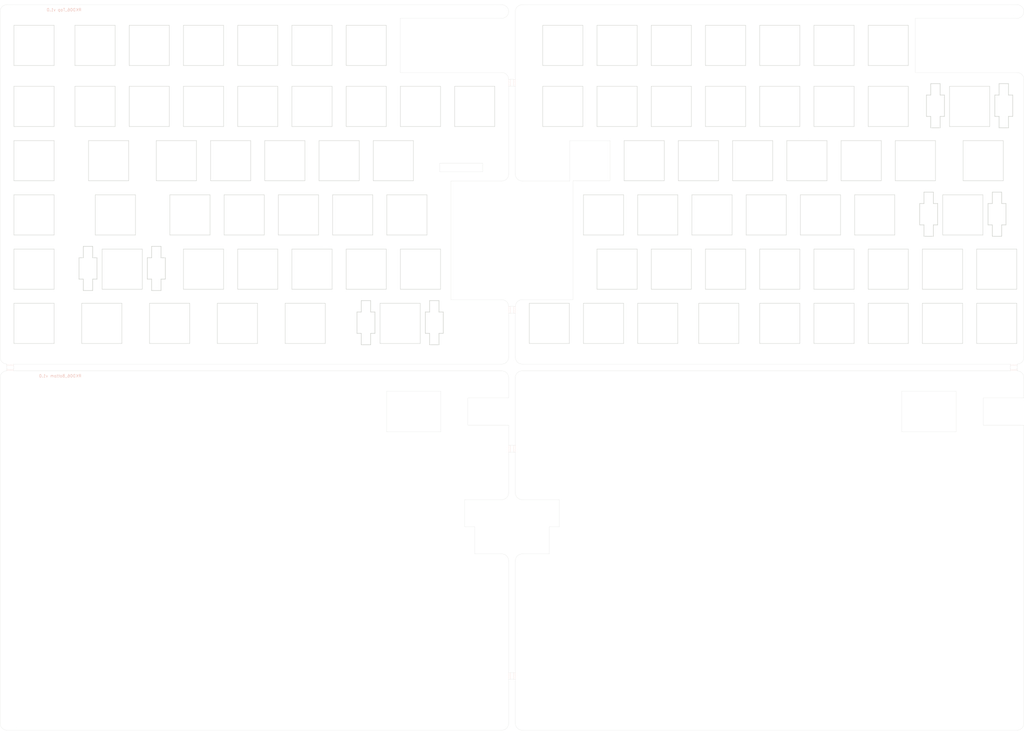
<source format=kicad_pcb>
(kicad_pcb (version 20241229) (generator "pcbnew") (generator_version "9.0")
  (layers (0 "F.Cu" signal) (2 "B.Cu" signal) (13 "F.Paste" user) (15 "B.Paste" user) (5 "F.SilkS" user "F.Silkscreen") (7 "B.SilkS" user "B.Silkscreen") (1 "F.Mask" user) (3 "B.Mask" user) (25 "Edge.Cuts" user))
  (net 0 "")
  (footprint "kbd_Hole:m2_Screw_Hole" (layer "F.Cu") (at 214.3125 164.30625)
    (property "Reference" "Ref**")
    (property "Value" "Val**")
    (pad "" np_thru_hole circle (at 0 0) (size 2.2 2.2) (drill 2.2) (layers "*.Cu" "*.Mask"))
  )
  (footprint "Rikkodo_FootPrint:rkd_Top_ChocV1V2byV1_2u" (layer "F.Cu") (at 83.34375 126.20625)
    (property "Reference" "SW11" (hide yes))
    (property "Value" "SW_Push" (hide yes))
    (fp_line (start -15.15 -4) (end -15.15 3.5) (stroke (width 0.2)) (layer "Edge.Cuts"))
    (fp_line (start -13.65 -8) (end -13.65 -4) (stroke (width 0.2)) (layer "Edge.Cuts"))
    (fp_line (start -13.65 -8) (end -10.35 -8) (stroke (width 0.2)) (layer "Edge.Cuts"))
    (fp_line (start -13.65 -4) (end -15.15 -4) (stroke (width 0.2)) (layer "Edge.Cuts"))
    (fp_line (start -13.65 3.5) (end -15.15 3.5) (stroke (width 0.2)) (layer "Edge.Cuts"))
    (fp_line (start -13.65 7.5) (end -13.65 3.5) (stroke (width 0.2)) (layer "Edge.Cuts"))
    (fp_line (start -10.35 -8) (end -10.35 -4) (stroke (width 0.2)) (layer "Edge.Cuts"))
    (fp_line (start -10.35 -4) (end -8.85 -4) (stroke (width 0.2)) (layer "Edge.Cuts"))
    (fp_line (start -10.35 3.5) (end -8.85 3.5) (stroke (width 0.2)) (layer "Edge.Cuts"))
    (fp_line (start -10.35 7.5) (end -13.65 7.5) (stroke (width 0.2)) (layer "Edge.Cuts"))
    (fp_line (start -10.35 7.5) (end -10.35 3.5) (stroke (width 0.2)) (layer "Edge.Cuts"))
    (fp_line (start -8.85 -4) (end -8.85 3.5) (stroke (width 0.2)) (layer "Edge.Cuts"))
    (fp_line (start -7.05 -7.05) (end 7.05 -7.05) (stroke (width 0.15)) (layer "Edge.Cuts"))
    (fp_line (start -7.05 7.05) (end -7.05 -7.05) (stroke (width 0.15)) (layer "Edge.Cuts"))
    (fp_line (start 7.05 -7.05) (end 7.05 7.05) (stroke (width 0.15)) (layer "Edge.Cuts"))
    (fp_line (start 7.05 7.05) (end -7.05 7.05) (stroke (width 0.15)) (layer "Edge.Cuts"))
    (fp_line (start 8.85 -4) (end 8.85 3.5) (stroke (width 0.2)) (layer "Edge.Cuts"))
    (fp_line (start 10.35 -8) (end 10.35 -4) (stroke (width 0.2)) (layer "Edge.Cuts"))
    (fp_line (start 10.35 -8) (end 13.65 -8) (stroke (width 0.2)) (layer "Edge.Cuts"))
    (fp_line (start 10.35 -4) (end 8.85 -4) (stroke (width 0.2)) (layer "Edge.Cuts"))
    (fp_line (start 10.35 3.5) (end 8.85 3.5) (stroke (width 0.2)) (layer "Edge.Cuts"))
    (fp_line (start 10.35 7.5) (end 10.35 3.5) (stroke (width 0.2)) (layer "Edge.Cuts"))
    (fp_line (start 13.65 -8) (end 13.65 -4) (stroke (width 0.2)) (layer "Edge.Cuts"))
    (fp_line (start 13.65 -4) (end 15.15 -4) (stroke (width 0.2)) (layer "Edge.Cuts"))
    (fp_line (start 13.65 3.5) (end 15.15 3.5) (stroke (width 0.2)) (layer "Edge.Cuts"))
    (fp_line (start 13.65 7.5) (end 10.35 7.5) (stroke (width 0.2)) (layer "Edge.Cuts"))
    (fp_line (start 13.65 7.5) (end 13.65 3.5) (stroke (width 0.2)) (layer "Edge.Cuts"))
    (fp_line (start 15.15 -4) (end 15.15 3.5) (stroke (width 0.2)) (layer "Edge.Cuts"))
  )
  (footprint "kbd_SW_Hole:SW_Hole_1u" (layer "F.Cu") (at 352.425 69.05625)
    (property "Reference" "SW88" (hide yes))
    (property "Value" "SW_Push" (hide yes))
    (fp_line (start -7.05 -7.05) (end 7.05 -7.05) (stroke (width 0.15)) (layer "Edge.Cuts"))
    (fp_line (start -7.05 7.05) (end -7.05 -7.05) (stroke (width 0.15)) (layer "Edge.Cuts"))
    (fp_line (start 7.05 -7.05) (end 7.05 7.05) (stroke (width 0.15)) (layer "Edge.Cuts"))
    (fp_line (start 7.05 7.05) (end -7.05 7.05) (stroke (width 0.15)) (layer "Edge.Cuts"))
  )
  (footprint "Rikkodo_FootPrint:rkd_cutdot" (layer "F.Cu") (at 221.158231 189.309182 90)
    (property "Reference" "REF**" (hide yes))
    (property "Value" "rkd_cutdot" (hide yes))
    (fp_line (start 1.190624 0.297656) (end 1.190482 -0.297479) (stroke (width 0.05)) (layer "Edge.Cuts"))
    (fp_line (start -1.190628 0.297656) (end -1.190768 -0.297479) (stroke (width 0.05)) (layer "Edge.Cuts"))
    (pad "" np_thru_hole circle (at -0.893198 0.000356 180) (size 0.5 0.5) (drill 0.5) (layers "*.Cu" "*.Mask"))
    (pad "" np_thru_hole circle (at -0.297886 0.000356 180) (size 0.5 0.5) (drill 0.5) (layers "*.Cu" "*.Mask"))
    (pad "" np_thru_hole circle (at 0.297426 0.000356 180) (size 0.5 0.5) (drill 0.5) (layers "*.Cu" "*.Mask"))
    (pad "" np_thru_hole circle (at 0.892738 0.000356 180) (size 0.5 0.5) (drill 0.5) (layers "*.Cu" "*.Mask"))
  )
  (footprint "kbd_Hole:m2_Screw_Hole" (layer "F.Cu") (at 176.2125 35.71875)
    (property "Reference" "Ref**")
    (property "Value" "Val**")
    (pad "" np_thru_hole circle (at 0 0) (size 2.2 2.2) (drill 2.2) (layers "*.Cu" "*.Mask"))
  )
  (footprint "Rikkodo_FootPrint:rkd_KeyHall_3wx15" (layer "F.Cu") (at 202.40625 90.4875)
    (property "Reference" "LED28" (hide yes))
    (property "Value" "LED_SK6812MINI-E" (hide yes))
    (fp_line (start -7.525 1.5375) (end -7.525 -1.5375) (stroke (width 0.05)) (layer "Edge.Cuts"))
    (fp_line (start 7.525 -1.5375) (end -7.525 -1.5375) (stroke (width 0.05)) (layer "Edge.Cuts"))
    (fp_line (start 7.525 -1.5375) (end 7.525 1.5375) (stroke (width 0.05)) (layer "Edge.Cuts"))
    (fp_line (start 7.525 1.5375) (end -7.525 1.5375) (stroke (width 0.05)) (layer "Edge.Cuts"))
  )
  (footprint "kbd_SW_Hole:SW_Hole_1.25u" (layer "F.Cu") (at 147.6375 145.25625)
    (property "Reference" "SW30" (hide yes))
    (property "Value" "SW_Push" (hide yes))
    (fp_line (start -7.05 -7.05) (end 7.05 -7.05) (stroke (width 0.15)) (layer "Edge.Cuts"))
    (fp_line (start -7.05 7.05) (end -7.05 -7.05) (stroke (width 0.15)) (layer "Edge.Cuts"))
    (fp_line (start 7.05 -7.05) (end 7.05 7.05) (stroke (width 0.15)) (layer "Edge.Cuts"))
    (fp_line (start 7.05 7.05) (end -7.05 7.05) (stroke (width 0.15)) (layer "Edge.Cuts"))
  )
  (footprint "kbd_SW_Hole:SW_Hole_1.75u" (layer "F.Cu") (at 80.9625 107.15625)
    (property "Reference" "SW10" (hide yes))
    (property "Value" "SW_Push" (hide yes))
    (fp_line (start -7.05 -7.05) (end 7.05 -7.05) (stroke (width 0.15)) (layer "Edge.Cuts"))
    (fp_line (start -7.05 7.05) (end -7.05 -7.05) (stroke (width 0.15)) (layer "Edge.Cuts"))
    (fp_line (start 7.05 -7.05) (end 7.05 7.05) (stroke (width 0.15)) (layer "Edge.Cuts"))
    (fp_line (start 7.05 7.05) (end -7.05 7.05) (stroke (width 0.15)) (layer "Edge.Cuts"))
  )
  (footprint "kbd_SW_Hole:SW_Hole_1u" (layer "F.Cu") (at 52.3875 88.10625)
    (property "Reference" "SW3" (hide yes))
    (property "Value" "SW_Push" (hide yes))
    (fp_line (start -7.05 -7.05) (end 7.05 -7.05) (stroke (width 0.15)) (layer "Edge.Cuts"))
    (fp_line (start -7.05 7.05) (end -7.05 -7.05) (stroke (width 0.15)) (layer "Edge.Cuts"))
    (fp_line (start 7.05 -7.05) (end 7.05 7.05) (stroke (width 0.15)) (layer "Edge.Cuts"))
    (fp_line (start 7.05 7.05) (end -7.05 7.05) (stroke (width 0.15)) (layer "Edge.Cuts"))
  )
  (footprint "kbd_Hole:m2_Screw_Hole" (layer "F.Cu") (at 300.0375 116.68125)
    (property "Reference" "Ref**")
    (property "Value" "Val**")
    (pad "" np_thru_hole circle (at 0 0) (size 2.2 2.2) (drill 2.2) (layers "*.Cu" "*.Mask"))
  )
  (footprint "kbd_SW_Hole:SW_Hole_1.5u" (layer "F.Cu") (at 385.7625 88.10625)
    (property "Reference" "SW95" (hide yes))
    (property "Value" "SW_Push" (hide yes))
    (fp_line (start -7.05 -7.05) (end 7.05 -7.05) (stroke (width 0.15)) (layer "Edge.Cuts"))
    (fp_line (start -7.05 7.05) (end -7.05 -7.05) (stroke (width 0.15)) (layer "Edge.Cuts"))
    (fp_line (start 7.05 -7.05) (end 7.05 7.05) (stroke (width 0.15)) (layer "Edge.Cuts"))
    (fp_line (start 7.05 7.05) (end -7.05 7.05) (stroke (width 0.15)) (layer "Edge.Cuts"))
  )
  (footprint "kbd_SW_Hole:SW_Hole_1u" (layer "F.Cu") (at 73.81875 47.625)
    (property "Reference" "SW7" (hide yes))
    (property "Value" "SW_Push" (hide yes))
    (fp_line (start -7.05 -7.05) (end 7.05 -7.05) (stroke (width 0.15)) (layer "Edge.Cuts"))
    (fp_line (start -7.05 7.05) (end -7.05 -7.05) (stroke (width 0.15)) (layer "Edge.Cuts"))
    (fp_line (start 7.05 -7.05) (end 7.05 7.05) (stroke (width 0.15)) (layer "Edge.Cuts"))
    (fp_line (start 7.05 7.05) (end -7.05 7.05) (stroke (width 0.15)) (layer "Edge.Cuts"))
  )
  (footprint "Rikkodo_FootPrint:rkd_cutdot" (layer "F.Cu") (at 219.371969 140.49375 90)
    (property "Reference" "REF**" (hide yes))
    (property "Value" "rkd_cutdot" (hide yes))
    (fp_line (start 1.190624 0.297656) (end 1.190482 -0.297479) (stroke (width 0.05)) (layer "Edge.Cuts"))
    (fp_line (start -1.190628 0.297656) (end -1.190768 -0.297479) (stroke (width 0.05)) (layer "Edge.Cuts"))
    (pad "" np_thru_hole circle (at -0.893198 0.000356 180) (size 0.5 0.5) (drill 0.5) (layers "*.Cu" "*.Mask"))
    (pad "" np_thru_hole circle (at -0.297886 0.000356 180) (size 0.5 0.5) (drill 0.5) (layers "*.Cu" "*.Mask"))
    (pad "" np_thru_hole circle (at 0.297426 0.000356 180) (size 0.5 0.5) (drill 0.5) (layers "*.Cu" "*.Mask"))
    (pad "" np_thru_hole circle (at 0.892738 0.000356 180) (size 0.5 0.5) (drill 0.5) (layers "*.Cu" "*.Mask"))
  )
  (footprint "kbd_SW_Hole:SW_Hole_1u" (layer "F.Cu") (at 102.39375 88.10625)
    (property "Reference" "SW15" (hide yes))
    (property "Value" "SW_Push" (hide yes))
    (fp_line (start -7.05 -7.05) (end 7.05 -7.05) (stroke (width 0.15)) (layer "Edge.Cuts"))
    (fp_line (start -7.05 7.05) (end -7.05 -7.05) (stroke (width 0.15)) (layer "Edge.Cuts"))
    (fp_line (start 7.05 -7.05) (end 7.05 7.05) (stroke (width 0.15)) (layer "Edge.Cuts"))
    (fp_line (start 7.05 7.05) (end -7.05 7.05) (stroke (width 0.15)) (layer "Edge.Cuts"))
  )
  (footprint "kbd_SW_Hole:SW_Hole_1u" (layer "F.Cu") (at 52.3875 126.20625)
    (property "Reference" "SW5" (hide yes))
    (property "Value" "SW_Push" (hide yes))
    (fp_line (start -7.05 -7.05) (end 7.05 -7.05) (stroke (width 0.15)) (layer "Edge.Cuts"))
    (fp_line (start -7.05 7.05) (end -7.05 -7.05) (stroke (width 0.15)) (layer "Edge.Cuts"))
    (fp_line (start 7.05 -7.05) (end 7.05 7.05) (stroke (width 0.15)) (layer "Edge.Cuts"))
    (fp_line (start 7.05 7.05) (end -7.05 7.05) (stroke (width 0.15)) (layer "Edge.Cuts"))
  )
  (footprint "Rikkodo_FootPrint:rkd_cutdot" (layer "F.Cu") (at 221.158231 60.721682 90)
    (property "Reference" "REF**" (hide yes))
    (property "Value" "rkd_cutdot" (hide yes))
    (fp_line (start 1.190624 0.297656) (end 1.190482 -0.297479) (stroke (width 0.05)) (layer "Edge.Cuts"))
    (fp_line (start -1.190628 0.297656) (end -1.190768 -0.297479) (stroke (width 0.05)) (layer "Edge.Cuts"))
    (pad "" np_thru_hole circle (at -0.893198 0.000356 180) (size 0.5 0.5) (drill 0.5) (layers "*.Cu" "*.Mask"))
    (pad "" np_thru_hole circle (at -0.297886 0.000356 180) (size 0.5 0.5) (drill 0.5) (layers "*.Cu" "*.Mask"))
    (pad "" np_thru_hole circle (at 0.297426 0.000356 180) (size 0.5 0.5) (drill 0.5) (layers "*.Cu" "*.Mask"))
    (pad "" np_thru_hole circle (at 0.892738 0.000356 180) (size 0.5 0.5) (drill 0.5) (layers "*.Cu" "*.Mask"))
  )
  (footprint "Rikkodo_FootPrint:rkd_cutdot" (layer "F.Cu") (at 219.371969 269.08125 90)
    (property "Reference" "REF**" (hide yes))
    (property "Value" "rkd_cutdot" (hide yes))
    (fp_line (start 1.190624 0.297656) (end 1.190482 -0.297479) (stroke (width 0.05)) (layer "Edge.Cuts"))
    (fp_line (start -1.190628 0.297656) (end -1.190768 -0.297479) (stroke (width 0.05)) (layer "Edge.Cuts"))
    (pad "" np_thru_hole circle (at -0.893198 0.000356 180) (size 0.5 0.5) (drill 0.5) (layers "*.Cu" "*.Mask"))
    (pad "" np_thru_hole circle (at -0.297886 0.000356 180) (size 0.5 0.5) (drill 0.5) (layers "*.Cu" "*.Mask"))
    (pad "" np_thru_hole circle (at 0.297426 0.000356 180) (size 0.5 0.5) (drill 0.5) (layers "*.Cu" "*.Mask"))
    (pad "" np_thru_hole circle (at 0.892738 0.000356 180) (size 0.5 0.5) (drill 0.5) (layers "*.Cu" "*.Mask"))
  )
  (footprint "kbd_SW_Hole:SW_Hole_1u" (layer "F.Cu") (at 252.4125 107.15625)
    (property "Reference" "SW60" (hide yes))
    (property "Value" "SW_Push" (hide yes))
    (fp_line (start -7.05 -7.05) (end 7.05 -7.05) (stroke (width 0.15)) (layer "Edge.Cuts"))
    (fp_line (start -7.05 7.05) (end -7.05 -7.05) (stroke (width 0.15)) (layer "Edge.Cuts"))
    (fp_line (start 7.05 -7.05) (end 7.05 7.05) (stroke (width 0.15)) (layer "Edge.Cuts"))
    (fp_line (start 7.05 7.05) (end -7.05 7.05) (stroke (width 0.15)) (layer "Edge.Cuts"))
  )
  (footprint "kbd_SW_Hole:SW_Hole_1.25u" (layer "F.Cu") (at 100.0125 145.25625)
    (property "Reference" "SW18" (hide yes))
    (property "Value" "SW_Push" (hide yes))
    (fp_line (start -7.05 -7.05) (end 7.05 -7.05) (stroke (width 0.15)) (layer "Edge.Cuts"))
    (fp_line (start -7.05 7.05) (end -7.05 -7.05) (stroke (width 0.15)) (layer "Edge.Cuts"))
    (fp_line (start 7.05 -7.05) (end 7.05 7.05) (stroke (width 0.15)) (layer "Edge.Cuts"))
    (fp_line (start 7.05 7.05) (end -7.05 7.05) (stroke (width 0.15)) (layer "Edge.Cuts"))
  )
  (footprint "kbd_Hole:m2_Screw_Hole" (layer "F.Cu") (at 226.21875 164.30625)
    (property "Reference" "Ref**")
    (property "Value" "Val**")
    (pad "" np_thru_hole circle (at 0 0) (size 2.2 2.2) (drill 2.2) (layers "*.Cu" "*.Mask"))
  )
  (footprint "kbd_Hole:m2_Screw_Hole" (layer "F.Cu") (at 45.24375 285.75)
    (property "Reference" "Ref**")
    (property "Value" "Val**")
    (pad "" np_thru_hole circle (at 0 0) (size 2.2 2.2) (drill 2.2) (layers "*.Cu" "*.Mask"))
  )
  (footprint "kbd_SW_Hole:SW_Hole_1u" (layer "F.Cu") (at 111.91875 47.625)
    (property "Reference" "SW19" (hide yes))
    (property "Value" "SW_Push" (hide yes))
    (fp_line (start -7.05 -7.05) (end 7.05 -7.05) (stroke (width 0.15)) (layer "Edge.Cuts"))
    (fp_line (start -7.05 7.05) (end -7.05 -7.05) (stroke (width 0.15)) (layer "Edge.Cuts"))
    (fp_line (start 7.05 -7.05) (end 7.05 7.05) (stroke (width 0.15)) (layer "Edge.Cuts"))
    (fp_line (start 7.05 7.05) (end -7.05 7.05) (stroke (width 0.15)) (layer "Edge.Cuts"))
  )
  (footprint "kbd_SW_Hole:SW_Hole_1u" (layer "F.Cu") (at 342.9 88.10625)
    (property "Reference" "SW83" (hide yes))
    (property "Value" "SW_Push" (hide yes))
    (fp_line (start -7.05 -7.05) (end 7.05 -7.05) (stroke (width 0.15)) (layer "Edge.Cuts"))
    (fp_line (start -7.05 7.05) (end -7.05 -7.05) (stroke (width 0.15)) (layer "Edge.Cuts"))
    (fp_line (start 7.05 -7.05) (end 7.05 7.05) (stroke (width 0.15)) (layer "Edge.Cuts"))
    (fp_line (start 7.05 7.05) (end -7.05 7.05) (stroke (width 0.15)) (layer "Edge.Cuts"))
  )
  (footprint "kbd_SW_Hole:SW_Hole_1u" (layer "F.Cu") (at 111.91875 126.20625)
    (property "Reference" "SW17" (hide yes))
    (property "Value" "SW_Push" (hide yes))
    (fp_line (start -7.05 -7.05) (end 7.05 -7.05) (stroke (width 0.15)) (layer "Edge.Cuts"))
    (fp_line (start -7.05 7.05) (end -7.05 -7.05) (stroke (width 0.15)) (layer "Edge.Cuts"))
    (fp_line (start 7.05 -7.05) (end 7.05 7.05) (stroke (width 0.15)) (layer "Edge.Cuts"))
    (fp_line (start 7.05 7.05) (end -7.05 7.05) (stroke (width 0.15)) (layer "Edge.Cuts"))
  )
  (footprint "kbd_SW_Hole:SW_Hole_1u" (layer "F.Cu") (at 371.475 126.20625)
    (property "Reference" "SW91" (hide yes))
    (property "Value" "SW_Push" (hide yes))
    (fp_line (start -7.05 -7.05) (end 7.05 -7.05) (stroke (width 0.15)) (layer "Edge.Cuts"))
    (fp_line (start -7.05 7.05) (end -7.05 -7.05) (stroke (width 0.15)) (layer "Edge.Cuts"))
    (fp_line (start 7.05 -7.05) (end 7.05 7.05) (stroke (width 0.15)) (layer "Edge.Cuts"))
    (fp_line (start 7.05 7.05) (end -7.05 7.05) (stroke (width 0.15)) (layer "Edge.Cuts"))
  )
  (footprint "Rikkodo_FootPrint:rkd_cutdot" (layer "F.Cu") (at 396.477791 159.840769 180)
    (property "Reference" "REF**" (hide yes))
    (property "Value" "rkd_cutdot" (hide yes))
    (fp_line (start 1.190624 0.297656) (end 1.190482 -0.297479) (stroke (width 0.05)) (layer "Edge.Cuts"))
    (fp_line (start -1.190628 0.297656) (end -1.190768 -0.297479) (stroke (width 0.05)) (layer "Edge.Cuts"))
    (pad "" np_thru_hole circle (at -0.893198 0.000356 270) (size 0.5 0.5) (drill 0.5) (layers "*.Cu" "*.Mask"))
    (pad "" np_thru_hole circle (at -0.297886 0.000356 270) (size 0.5 0.5) (drill 0.5) (layers "*.Cu" "*.Mask"))
    (pad "" np_thru_hole circle (at 0.297426 0.000356 270) (size 0.5 0.5) (drill 0.5) (layers "*.Cu" "*.Mask"))
    (pad "" np_thru_hole circle (at 0.892738 0.000356 270) (size 0.5 0.5) (drill 0.5) (layers "*.Cu" "*.Mask"))
  )
  (footprint "kbd_SW_Hole:SW_Hole_1u" (layer "F.Cu") (at 238.125 47.625)
    (property "Reference" "SW51" (hide yes))
    (property "Value" "SW_Push" (hide yes))
    (fp_line (start -7.05 -7.05) (end 7.05 -7.05) (stroke (width 0.15)) (layer "Edge.Cuts"))
    (fp_line (start -7.05 7.05) (end -7.05 -7.05) (stroke (width 0.15)) (layer "Edge.Cuts"))
    (fp_line (start 7.05 -7.05) (end 7.05 7.05) (stroke (width 0.15)) (layer "Edge.Cuts"))
    (fp_line (start 7.05 7.05) (end -7.05 7.05) (stroke (width 0.15)) (layer "Edge.Cuts"))
  )
  (footprint "kbd_SW_Hole:SW_Hole_1u" (layer "F.Cu") (at 252.4125 145.25625)
    (property "Reference" "SW56" (hide yes))
    (property "Value" "SW_Push" (hide yes))
    (fp_line (start -7.05 -7.05) (end 7.05 -7.05) (stroke (width 0.15)) (layer "Edge.Cuts"))
    (fp_line (start -7.05 7.05) (end -7.05 -7.05) (stroke (width 0.15)) (layer "Edge.Cuts"))
    (fp_line (start 7.05 -7.05) (end 7.05 7.05) (stroke (width 0.15)) (layer "Edge.Cuts"))
    (fp_line (start 7.05 7.05) (end -7.05 7.05) (stroke (width 0.15)) (layer "Edge.Cuts"))
  )
  (footprint "kbd_SW_Hole:SW_Hole_1u" (layer "F.Cu") (at 52.3875 69.05625)
    (property "Reference" "SW2" (hide yes))
    (property "Value" "SW_Push" (hide yes))
    (fp_line (start -7.05 -7.05) (end 7.05 -7.05) (stroke (width 0.15)) (layer "Edge.Cuts"))
    (fp_line (start -7.05 7.05) (end -7.05 -7.05) (stroke (width 0.15)) (layer "Edge.Cuts"))
    (fp_line (start 7.05 -7.05) (end 7.05 7.05) (stroke (width 0.15)) (layer "Edge.Cuts"))
    (fp_line (start 7.05 7.05) (end -7.05 7.05) (stroke (width 0.15)) (layer "Edge.Cuts"))
  )
  (footprint "kbd_SW_Hole:SW_Hole_1u" (layer "F.Cu") (at 169.06875 126.20625)
    (property "Reference" "SW35" (hide yes))
    (property "Value" "SW_Push" (hide yes))
    (fp_line (start -7.05 -7.05) (end 7.05 -7.05) (stroke (width 0.15)) (layer "Edge.Cuts"))
    (fp_line (start -7.05 7.05) (end -7.05 -7.05) (stroke (width 0.15)) (layer "Edge.Cuts"))
    (fp_line (start 7.05 -7.05) (end 7.05 7.05) (stroke (width 0.15)) (layer "Edge.Cuts"))
    (fp_line (start 7.05 7.05) (end -7.05 7.05) (stroke (width 0.15)) (layer "Edge.Cuts"))
  )
  (footprint "kbd_SW_Hole:SW_Hole_1u" (layer "F.Cu") (at 314.325 145.25625)
    (property "Reference" "SW74" (hide yes))
    (property "Value" "SW_Push" (hide yes))
    (fp_line (start -7.05 -7.05) (end 7.05 -7.05) (stroke (width 0.15)) (layer "Edge.Cuts"))
    (fp_line (start -7.05 7.05) (end -7.05 -7.05) (stroke (width 0.15)) (layer "Edge.Cuts"))
    (fp_line (start 7.05 -7.05) (end 7.05 7.05) (stroke (width 0.15)) (layer "Edge.Cuts"))
    (fp_line (start 7.05 7.05) (end -7.05 7.05) (stroke (width 0.15)) (layer "Edge.Cuts"))
  )
  (footprint "kbd_SW_Hole:SW_Hole_1u" (layer "F.Cu") (at 352.425 47.625)
    (property "Reference" "SW87" (hide yes))
    (property "Value" "SW_Push" (hide yes))
    (fp_line (start -7.05 -7.05) (end 7.05 -7.05) (stroke (width 0.15)) (layer "Edge.Cuts"))
    (fp_line (start -7.05 7.05) (end -7.05 -7.05) (stroke (width 0.15)) (layer "Edge.Cuts"))
    (fp_line (start 7.05 -7.05) (end 7.05 7.05) (stroke (width 0.15)) (layer "Edge.Cuts"))
    (fp_line (start 7.05 7.05) (end -7.05 7.05) (stroke (width 0.15)) (layer "Edge.Cuts"))
  )
  (footprint "kbd_SW_Hole:SW_Hole_1u" (layer "F.Cu") (at 285.75 88.10625)
    (property "Reference" "SW65" (hide yes))
    (property "Value" "SW_Push" (hide yes))
    (fp_line (start -7.05 -7.05) (end 7.05 -7.05) (stroke (width 0.15)) (layer "Edge.Cuts"))
    (fp_line (start -7.05 7.05) (end -7.05 -7.05) (stroke (width 0.15)) (layer "Edge.Cuts"))
    (fp_line (start 7.05 -7.05) (end 7.05 7.05) (stroke (width 0.15)) (layer "Edge.Cuts"))
    (fp_line (start 7.05 7.05) (end -7.05 7.05) (stroke (width 0.15)) (layer "Edge.Cuts"))
  )
  (footprint "kbd_SW_Hole:SW_Hole_1u" (layer "F.Cu") (at 130.96875 69.05625)
    (property "Reference" "SW26" (hide yes))
    (property "Value" "SW_Push" (hide yes))
    (fp_line (start -7.05 -7.05) (end 7.05 -7.05) (stroke (width 0.15)) (layer "Edge.Cuts"))
    (fp_line (start -7.05 7.05) (end -7.05 -7.05) (stroke (width 0.15)) (layer "Edge.Cuts"))
    (fp_line (start 7.05 -7.05) (end 7.05 7.05) (stroke (width 0.15)) (layer "Edge.Cuts"))
    (fp_line (start 7.05 7.05) (end -7.05 7.05) (stroke (width 0.15)) (layer "Edge.Cuts"))
  )
  (footprint "kbd_Hole:m2_Screw_Hole" (layer "F.Cu") (at 395.2875 35.71875)
    (property "Reference" "Ref**")
    (property "Value" "Val**")
    (pad "" np_thru_hole circle (at 0 0) (size 2.2 2.2) (drill 2.2) (layers "*.Cu" "*.Mask"))
  )
  (footprint "kbd_SW_Hole:SW_Hole_1u" (layer "F.Cu") (at 295.275 126.20625)
    (property "Reference" "SW67" (hide yes))
    (property "Value" "SW_Push" (hide yes))
    (fp_line (start -7.05 -7.05) (end 7.05 -7.05) (stroke (width 0.15)) (layer "Edge.Cuts"))
    (fp_line (start -7.05 7.05) (end -7.05 -7.05) (stroke (width 0.15)) (layer "Edge.Cuts"))
    (fp_line (start 7.05 -7.05) (end 7.05 7.05) (stroke (width 0.15)) (layer "Edge.Cuts"))
    (fp_line (start 7.05 7.05) (end -7.05 7.05) (stroke (width 0.15)) (layer "Edge.Cuts"))
  )
  (footprint "Rikkodo_FootPrint:rkd_Point_Screw_Hall" (layer "F.Cu") (at 230.98125 241.696875)
    (property "Reference" "Point1" (hide yes))
    (property "Value" "PointScrewHall" (hide yes))
    (pad "" np_thru_hole circle (at -7.25 -12) (size 2.2 2.2) (drill 2.2) (layers "*.Cu" "*.Mask"))
    (pad "" np_thru_hole circle (at -7.25 12) (size 2.2 2.2) (drill 2.2) (layers "*.Cu" "*.Mask"))
    (pad "" np_thru_hole circle (at 7.25 -12) (size 2.2 2.2) (drill 2.2) (layers "*.Cu" "*.Mask"))
    (pad "" np_thru_hole circle (at 7.25 12) (size 2.2 2.2) (drill 2.2) (layers "*.Cu" "*.Mask"))
  )
  (footprint "kbd_SW_Hole:SW_Hole_1u" (layer "F.Cu") (at 92.86875 69.05625)
    (property "Reference" "SW14" (hide yes))
    (property "Value" "SW_Push" (hide yes))
    (fp_line (start -7.05 -7.05) (end 7.05 -7.05) (stroke (width 0.15)) (layer "Edge.Cuts"))
    (fp_line (start -7.05 7.05) (end -7.05 -7.05) (stroke (width 0.15)) (layer "Edge.Cuts"))
    (fp_line (start 7.05 -7.05) (end 7.05 7.05) (stroke (width 0.15)) (layer "Edge.Cuts"))
    (fp_line (start 7.05 7.05) (end -7.05 7.05) (stroke (width 0.15)) (layer "Edge.Cuts"))
  )
  (footprint "kbd_SW_Hole:SW_Hole_1u" (layer "F.Cu") (at 169.06875 69.05625)
    (property "Reference" "SW38" (hide yes))
    (property "Value" "SW_Push" (hide yes))
    (fp_line (start -7.05 -7.05) (end 7.05 -7.05) (stroke (width 0.15)) (layer "Edge.Cuts"))
    (fp_line (start -7.05 7.05) (end -7.05 -7.05) (stroke (width 0.15)) (layer "Edge.Cuts"))
    (fp_line (start 7.05 -7.05) (end 7.05 7.05) (stroke (width 0.15)) (layer "Edge.Cuts"))
    (fp_line (start 7.05 7.05) (end -7.05 7.05) (stroke (width 0.15)) (layer "Edge.Cuts"))
  )
  (footprint "kbd_SW_Hole:SW_Hole_1u" (layer "F.Cu") (at 309.5625 107.15625)
    (property "Reference" "SW78" (hide yes))
    (property "Value" "SW_Push" (hide yes))
    (fp_line (start -7.05 -7.05) (end 7.05 -7.05) (stroke (width 0.15)) (layer "Edge.Cuts"))
    (fp_line (start -7.05 7.05) (end -7.05 -7.05) (stroke (width 0.15)) (layer "Edge.Cuts"))
    (fp_line (start 7.05 -7.05) (end 7.05 7.05) (stroke (width 0.15)) (layer "Edge.Cuts"))
    (fp_line (start 7.05 7.05) (end -7.05 7.05) (stroke (width 0.15)) (layer "Edge.Cuts"))
  )
  (footprint "kbd_Hole:m2_Screw_Hole" (layer "F.Cu") (at 214.3125 35.71875)
    (property "Reference" "Ref**")
    (property "Value" "Val**")
    (pad "" np_thru_hole circle (at 0 0) (size 2.2 2.2) (drill 2.2) (layers "*.Cu" "*.Mask"))
  )
  (footprint "kbd_Hole:m2_Screw_Hole" (layer "F.Cu") (at 102.39375 207.16875)
    (property "Reference" "Ref**")
    (property "Value" "Val**")
    (pad "" np_thru_hole circle (at 0 0) (size 2.2 2.2) (drill 2.2) (layers "*.Cu" "*.Mask"))
  )
  (footprint "kbd_SW_Hole:SW_Hole_1u" (layer "F.Cu") (at 150.01875 47.625)
    (property "Reference" "SW31" (hide yes))
    (property "Value" "SW_Push" (hide yes))
    (fp_line (start -7.05 -7.05) (end 7.05 -7.05) (stroke (width 0.15)) (layer "Edge.Cuts"))
    (fp_line (start -7.05 7.05) (end -7.05 -7.05) (stroke (width 0.15)) (layer "Edge.Cuts"))
    (fp_line (start 7.05 -7.05) (end 7.05 7.05) (stroke (width 0.15)) (layer "Edge.Cuts"))
    (fp_line (start 7.05 7.05) (end -7.05 7.05) (stroke (width 0.15)) (layer "Edge.Cuts"))
  )
  (footprint "kbd_SW_Hole:SW_Hole_1u" (layer "F.Cu") (at 333.375 145.25625)
    (property "Reference" "SW80" (hide yes))
    (property "Value" "SW_Push" (hide yes))
    (fp_line (start -7.05 -7.05) (end 7.05 -7.05) (stroke (width 0.15)) (layer "Edge.Cuts"))
    (fp_line (start -7.05 7.05) (end -7.05 -7.05) (stroke (width 0.15)) (layer "Edge.Cuts"))
    (fp_line (start 7.05 -7.05) (end 7.05 7.05) (stroke (width 0.15)) (layer "Edge.Cuts"))
    (fp_line (start 7.05 7.05) (end -7.05 7.05) (stroke (width 0.15)) (layer "Edge.Cuts"))
  )
  (footprint "kbd_SW_Hole:SW_Hole_1u" (layer "F.Cu") (at 178.59375 88.10625)
    (property "Reference" "SW40" (hide yes))
    (property "Value" "SW_Push" (hide yes))
    (fp_line (start -7.05 -7.05) (end 7.05 -7.05) (stroke (width 0.15)) (layer "Edge.Cuts"))
    (fp_line (start -7.05 7.05) (end -7.05 -7.05) (stroke (width 0.15)) (layer "Edge.Cuts"))
    (fp_line (start 7.05 -7.05) (end 7.05 7.05) (stroke (width 0.15)) (layer "Edge.Cuts"))
    (fp_line (start 7.05 7.05) (end -7.05 7.05) (stroke (width 0.15)) (layer "Edge.Cuts"))
  )
  (footprint "kbd_SW_Hole:SW_Hole_1u" (layer "F.Cu") (at 130.96875 47.625)
    (property "Reference" "SW25" (hide yes))
    (property "Value" "SW_Push" (hide yes))
    (fp_line (start -7.05 -7.05) (end 7.05 -7.05) (stroke (width 0.15)) (layer "Edge.Cuts"))
    (fp_line (start -7.05 7.05) (end -7.05 -7.05) (stroke (width 0.15)) (layer "Edge.Cuts"))
    (fp_line (start 7.05 -7.05) (end 7.05 7.05) (stroke (width 0.15)) (layer "Edge.Cuts"))
    (fp_line (start 7.05 7.05) (end -7.05 7.05) (stroke (width 0.15)) (layer "Edge.Cuts"))
  )
  (footprint "kbd_SW_Hole:SW_Hole_1u" (layer "F.Cu") (at 257.175 47.625)
    (property "Reference" "SW57" (hide yes))
    (property "Value" "SW_Push" (hide yes))
    (fp_line (start -7.05 -7.05) (end 7.05 -7.05) (stroke (width 0.15)) (layer "Edge.Cuts"))
    (fp_line (start -7.05 7.05) (end -7.05 -7.05) (stroke (width 0.15)) (layer "Edge.Cuts"))
    (fp_line (start 7.05 -7.05) (end 7.05 7.05) (stroke (width 0.15)) (layer "Edge.Cuts"))
    (fp_line (start 7.05 7.05) (end -7.05 7.05) (stroke (width 0.15)) (layer "Edge.Cuts"))
  )
  (footprint "kbd_SW_Hole:SW_Hole_1u" (layer "F.Cu") (at 52.3875 47.625)
    (property "Reference" "SW1" (hide yes))
    (property "Value" "SW_Push" (hide yes))
    (fp_line (start -7.05 -7.05) (end 7.05 -7.05) (stroke (width 0.15)) (layer "Edge.Cuts"))
    (fp_line (start -7.05 7.05) (end -7.05 -7.05) (stroke (width 0.15)) (layer "Edge.Cuts"))
    (fp_line (start 7.05 -7.05) (end 7.05 7.05) (stroke (width 0.15)) (layer "Edge.Cuts"))
    (fp_line (start 7.05 7.05) (end -7.05 7.05) (stroke (width 0.15)) (layer "Edge.Cuts"))
  )
  (footprint "kbd_SW_Hole:SW_Hole_1u" (layer "F.Cu") (at 295.275 69.05625)
    (property "Reference" "SW70" (hide yes))
    (property "Value" "SW_Push" (hide yes))
    (fp_line (start -7.05 -7.05) (end 7.05 -7.05) (stroke (width 0.15)) (layer "Edge.Cuts"))
    (fp_line (start -7.05 7.05) (end -7.05 -7.05) (stroke (width 0.15)) (layer "Edge.Cuts"))
    (fp_line (start 7.05 -7.05) (end 7.05 7.05) (stroke (width 0.15)) (layer "Edge.Cuts"))
    (fp_line (start 7.05 7.05) (end -7.05 7.05) (stroke (width 0.15)) (layer "Edge.Cuts"))
  )
  (footprint "kbd_SW_Hole:SW_Hole_1u" (layer "F.Cu") (at 323.85 88.10625)
    (property "Reference" "SW77" (hide yes))
    (property "Value" "SW_Push" (hide yes))
    (fp_line (start -7.05 -7.05) (end 7.05 -7.05) (stroke (width 0.15)) (layer "Edge.Cuts"))
    (fp_line (start -7.05 7.05) (end -7.05 -7.05) (stroke (width 0.15)) (layer "Edge.Cuts"))
    (fp_line (start 7.05 -7.05) (end 7.05 7.05) (stroke (width 0.15)) (layer "Edge.Cuts"))
    (fp_line (start 7.05 7.05) (end -7.05 7.05) (stroke (width 0.15)) (layer "Edge.Cuts"))
  )
  (footprint "kbd_SW_Hole:SW_Hole_1u" (layer "F.Cu") (at 150.01875 69.05625)
    (property "Reference" "SW32" (hide yes))
    (property "Value" "SW_Push" (hide yes))
    (fp_line (start -7.05 -7.05) (end 7.05 -7.05) (stroke (width 0.15)) (layer "Edge.Cuts"))
    (fp_line (start -7.05 7.05) (end -7.05 -7.05) (stroke (width 0.15)) (layer "Edge.Cuts"))
    (fp_line (start 7.05 -7.05) (end 7.05 7.05) (stroke (width 0.15)) (layer "Edge.Cuts"))
    (fp_line (start 7.05 7.05) (end -7.05 7.05) (stroke (width 0.15)) (layer "Edge.Cuts"))
  )
  (footprint "kbd_SW_Hole:SW_Hole_1u" (layer "F.Cu") (at 361.95 88.10625)
    (property "Reference" "SW89" (hide yes))
    (property "Value" "SW_Push" (hide yes))
    (fp_line (start -7.05 -7.05) (end 7.05 -7.05) (stroke (width 0.15)) (layer "Edge.Cuts"))
    (fp_line (start -7.05 7.05) (end -7.05 -7.05) (stroke (width 0.15)) (layer "Edge.Cuts"))
    (fp_line (start 7.05 -7.05) (end 7.05 7.05) (stroke (width 0.15)) (layer "Edge.Cuts"))
    (fp_line (start 7.05 7.05) (end -7.05 7.05) (stroke (width 0.15)) (layer "Edge.Cuts"))
  )
  (footprint "kbd_Hole:m2_Screw_Hole" (layer "F.Cu") (at 176.2125 164.30625)
    (property "Reference" "Ref**")
    (property "Value" "Val**")
    (pad "" np_thru_hole circle (at 0 0) (size 2.2 2.2) (drill 2.2) (layers "*.Cu" "*.Mask"))
  )
  (footprint "kbd_SW_Hole:SW_Hole_1u" (layer "F.Cu") (at 257.175 69.05625)
    (property "Reference" "SW58" (hide yes))
    (property "Value" "SW_Push" (hide yes))
    (fp_line (start -7.05 -7.05) (end 7.05 -7.05) (stroke (width 0.15)) (layer "Edge.Cuts"))
    (fp_line (start -7.05 7.05) (end -7.05 -7.05) (stroke (width 0.15)) (layer "Edge.Cuts"))
    (fp_line (start 7.05 -7.05) (end 7.05 7.05) (stroke (width 0.15)) (layer "Edge.Cuts"))
    (fp_line (start 7.05 7.05) (end -7.05 7.05) (stroke (width 0.15)) (layer "Edge.Cuts"))
  )
  (footprint "kbd_SW_Hole:SW_Hole_1u" (layer "F.Cu") (at 121.44375 88.10625)
    (property "Reference" "SW21" (hide yes))
    (property "Value" "SW_Push" (hide yes))
    (fp_line (start -7.05 -7.05) (end 7.05 -7.05) (stroke (width 0.15)) (layer "Edge.Cuts"))
    (fp_line (start -7.05 7.05) (end -7.05 -7.05) (stroke (width 0.15)) (layer "Edge.Cuts"))
    (fp_line (start 7.05 -7.05) (end 7.05 7.05) (stroke (width 0.15)) (layer "Edge.Cuts"))
    (fp_line (start 7.05 7.05) (end -7.05 7.05) (stroke (width 0.15)) (layer "Edge.Cuts"))
  )
  (footprint "kbd_SW_Hole:SW_Hole_1u" (layer "F.Cu") (at 371.475 145.25625)
    (property "Reference" "SW92" (hide yes))
    (property "Value" "SW_Push" (hide yes))
    (fp_line (start -7.05 -7.05) (end 7.05 -7.05) (stroke (width 0.15)) (layer "Edge.Cuts"))
    (fp_line (start -7.05 7.05) (end -7.05 -7.05) (stroke (width 0.15)) (layer "Edge.Cuts"))
    (fp_line (start 7.05 -7.05) (end 7.05 7.05) (stroke (width 0.15)) (layer "Edge.Cuts"))
    (fp_line (start 7.05 7.05) (end -7.05 7.05) (stroke (width 0.15)) (layer "Edge.Cuts"))
  )
  (footprint "Rikkodo_FootPrint:rkd_Top_ChocV1V2byV1_2u" (layer "F.Cu") (at 180.975 145.25625)
    (property "Reference" "SW36" (hide yes))
    (property "Value" "SW_Push" (hide yes))
    (fp_line (start -15.15 -4) (end -15.15 3.5) (stroke (width 0.2)) (layer "Edge.Cuts"))
    (fp_line (start -13.65 -8) (end -13.65 -4) (stroke (width 0.2)) (layer "Edge.Cuts"))
    (fp_line (start -13.65 -8) (end -10.35 -8) (stroke (width 0.2)) (layer "Edge.Cuts"))
    (fp_line (start -13.65 -4) (end -15.15 -4) (stroke (width 0.2)) (layer "Edge.Cuts"))
    (fp_line (start -13.65 3.5) (end -15.15 3.5) (stroke (width 0.2)) (layer "Edge.Cuts"))
    (fp_line (start -13.65 7.5) (end -13.65 3.5) (stroke (width 0.2)) (layer "Edge.Cuts"))
    (fp_line (start -10.35 -8) (end -10.35 -4) (stroke (width 0.2)) (layer "Edge.Cuts"))
    (fp_line (start -10.35 -4) (end -8.85 -4) (stroke (width 0.2)) (layer "Edge.Cuts"))
    (fp_line (start -10.35 3.5) (end -8.85 3.5) (stroke (width 0.2)) (layer "Edge.Cuts"))
    (fp_line (start -10.35 7.5) (end -13.65 7.5) (stroke (width 0.2)) (layer "Edge.Cuts"))
    (fp_line (start -10.35 7.5) (end -10.35 3.5) (stroke (width 0.2)) (layer "Edge.Cuts"))
    (fp_line (start -8.85 -4) (end -8.85 3.5) (stroke (width 0.2)) (layer "Edge.Cuts"))
    (fp_line (start -7.05 -7.05) (end 7.05 -7.05) (stroke (width 0.15)) (layer "Edge.Cuts"))
    (fp_line (start -7.05 7.05) (end -7.05 -7.05) (stroke (width 0.15)) (layer "Edge.Cuts"))
    (fp_line (start 7.05 -7.05) (end 7.05 7.05) (stroke (width 0.15)) (layer "Edge.Cuts"))
    (fp_line (start 7.05 7.05) (end -7.05 7.05) (stroke (width 0.15)) (layer "Edge.Cuts"))
    (fp_line (start 8.85 -4) (end 8.85 3.5) (stroke (width 0.2)) (layer "Edge.Cuts"))
    (fp_line (start 10.35 -8) (end 10.35 -4) (stroke (width 0.2)) (layer "Edge.Cuts"))
    (fp_line (start 10.35 -8) (end 13.65 -8) (stroke (width 0.2)) (layer "Edge.Cuts"))
    (fp_line (start 10.35 -4) (end 8.85 -4) (stroke (width 0.2)) (layer "Edge.Cuts"))
    (fp_line (start 10.35 3.5) (end 8.85 3.5) (stroke (width 0.2)) (layer "Edge.Cuts"))
    (fp_line (start 10.35 7.5) (end 10.35 3.5) (stroke (width 0.2)) (layer "Edge.Cuts"))
    (fp_line (start 13.65 -8) (end 13.65 -4) (stroke (width 0.2)) (layer "Edge.Cuts"))
    (fp_line (start 13.65 -4) (end 15.15 -4) (stroke (width 0.2)) (layer "Edge.Cuts"))
    (fp_line (start 13.65 3.5) (end 15.15 3.5) (stroke (width 0.2)) (layer "Edge.Cuts"))
    (fp_line (start 13.65 7.5) (end 10.35 7.5) (stroke (width 0.2)) (layer "Edge.Cuts"))
    (fp_line (start 13.65 7.5) (end 13.65 3.5) (stroke (width 0.2)) (layer "Edge.Cuts"))
    (fp_line (start 15.15 -4) (end 15.15 3.5) (stroke (width 0.2)) (layer "Edge.Cuts"))
  )
  (footprint "Rikkodo_FootPrint:rkd_Top_ChocV1V2byV1_2u" (layer "F.Cu") (at 378.61875 107.15625)
    (property "Reference" "SW96" (hide yes))
    (property "Value" "SW_Push" (hide yes))
    (fp_line (start -15.15 -4) (end -15.15 3.5) (stroke (width 0.2)) (layer "Edge.Cuts"))
    (fp_line (start -13.65 -8) (end -13.65 -4) (stroke (width 0.2)) (layer "Edge.Cuts"))
    (fp_line (start -13.65 -8) (end -10.35 -8) (stroke (width 0.2)) (layer "Edge.Cuts"))
    (fp_line (start -13.65 -4) (end -15.15 -4) (stroke (width 0.2)) (layer "Edge.Cuts"))
    (fp_line (start -13.65 3.5) (end -15.15 3.5) (stroke (width 0.2)) (layer "Edge.Cuts"))
    (fp_line (start -13.65 7.5) (end -13.65 3.5) (stroke (width 0.2)) (layer "Edge.Cuts"))
    (fp_line (start -10.35 -8) (end -10.35 -4) (stroke (width 0.2)) (layer "Edge.Cuts"))
    (fp_line (start -10.35 -4) (end -8.85 -4) (stroke (width 0.2)) (layer "Edge.Cuts"))
    (fp_line (start -10.35 3.5) (end -8.85 3.5) (stroke (width 0.2)) (layer "Edge.Cuts"))
    (fp_line (start -10.35 7.5) (end -13.65 7.5) (stroke (width 0.2)) (layer "Edge.Cuts"))
    (fp_line (start -10.35 7.5) (end -10.35 3.5) (stroke (width 0.2)) (layer "Edge.Cuts"))
    (fp_line (start -8.85 -4) (end -8.85 3.5) (stroke (width 0.2)) (layer "Edge.Cuts"))
    (fp_line (start -7.05 -7.05) (end 7.05 -7.05) (stroke (width 0.15)) (layer "Edge.Cuts"))
    (fp_line (start -7.05 7.05) (end -7.05 -7.05) (stroke (width 0.15)) (layer "Edge.Cuts"))
    (fp_line (start 7.05 -7.05) (end 7.05 7.05) (stroke (width 0.15)) (layer "Edge.Cuts"))
    (fp_line (start 7.05 7.05) (end -7.05 7.05) (stroke (width 0.15)) (layer "Edge.Cuts"))
    (fp_line (start 8.85 -4) (end 8.85 3.5) (stroke (width 0.2)) (layer "Edge.Cuts"))
    (fp_line (start 10.35 -8) (end 10.35 -4) (stroke (width 0.2)) (layer "Edge.Cuts"))
    (fp_line (start 10.35 -8) (end 13.65 -8) (stroke (width 0.2)) (layer "Edge.Cuts"))
    (fp_line (start 10.35 -4) (end 8.85 -4) (stroke (width 0.2)) (layer "Edge.Cuts"))
    (fp_line (start 10.35 3.5) (end 8.85 3.5) (stroke (width 0.2)) (layer "Edge.Cuts"))
    (fp_line (start 10.35 7.5) (end 10.35 3.5) (stroke (width 0.2)) (layer "Edge.Cuts"))
    (fp_line (start 13.65 -8) (end 13.65 -4) (stroke (width 0.2)) (layer "Edge.Cuts"))
    (fp_line (start 13.65 -4) (end 15.15 -4) (stroke (width 0.2)) (layer "Edge.Cuts"))
    (fp_line (start 13.65 3.5) (end 15.15 3.5) (stroke (width 0.2)) (layer "Edge.Cuts"))
    (fp_line (start 13.65 7.5) (end 10.35 7.5) (stroke (width 0.2)) (layer "Edge.Cuts"))
    (fp_line (start 13.65 7.5) (end 13.65 3.5) (stroke (width 0.2)) (layer "Edge.Cuts"))
    (fp_line (start 15.15 -4) (end 15.15 3.5) (stroke (width 0.2)) (layer "Edge.Cuts"))
  )
  (footprint "kbd_Hole:m2_Screw_Hole" (layer "F.Cu") (at 300.0375 245.26875)
    (property "Reference" "Ref**")
    (property "Value" "Val**")
    (pad "" np_thru_hole circle (at 0 0) (size 2.2 2.2) (drill 2.2) (layers "*.Cu" "*.Mask"))
  )
  (footprint "kbd_SW_Hole:SW_Hole_1u" (layer "F.Cu") (at 159.54375 88.10625)
    (property "Reference" "SW33" (hide yes))
    (property "Value" "SW_Push" (hide yes))
    (fp_line (start -7.05 -7.05) (end 7.05 -7.05) (stroke (width 0.15)) (layer "Edge.Cuts"))
    (fp_line (start -7.05 7.05) (end -7.05 -7.05) (stroke (width 0.15)) (layer "Edge.Cuts"))
    (fp_line (start 7.05 -7.05) (end 7.05 7.05) (stroke (width 0.15)) (layer "Edge.Cuts"))
    (fp_line (start 7.05 7.05) (end -7.05 7.05) (stroke (width 0.15)) (layer "Edge.Cuts"))
  )
  (footprint "kbd_SW_Hole:SW_Hole_1u" (layer "F.Cu") (at 52.3875 107.15625)
    (property "Reference" "SW4" (hide yes))
    (property "Value" "SW_Push" (hide yes))
    (fp_line (start -7.05 -7.05) (end 7.05 -7.05) (stroke (width 0.15)) (layer "Edge.Cuts"))
    (fp_line (start -7.05 7.05) (end -7.05 -7.05) (stroke (width 0.15)) (layer "Edge.Cuts"))
    (fp_line (start 7.05 -7.05) (end 7.05 7.05) (stroke (width 0.15)) (layer "Edge.Cuts"))
    (fp_line (start 7.05 7.05) (end -7.05 7.05) (stroke (width 0.15)) (layer "Edge.Cuts"))
  )
  (footprint "kbd_Hole:m2_Screw_Hole" (layer "F.Cu") (at 395.2875 285.75)
    (property "Reference" "Ref**")
    (property "Value" "Val**")
    (pad "" np_thru_hole circle (at 0 0) (size 2.2 2.2) (drill 2.2) (layers "*.Cu" "*.Mask"))
  )
  (footprint "Rikkodo_FootPrint:rkd_cutdot" (layer "F.Cu") (at 219.372295 189.309412 90)
    (property "Reference" "REF**" (hide yes))
    (property "Value" "rkd_cutdot" (hide yes))
    (fp_line (start 1.190624 0.297656) (end 1.190482 -0.297479) (stroke (width 0.05)) (layer "Edge.Cuts"))
    (fp_line (start -1.190628 0.297656) (end -1.190768 -0.297479) (stroke (width 0.05)) (layer "Edge.Cuts"))
    (pad "" np_thru_hole circle (at -0.893198 0.000356 180) (size 0.5 0.5) (drill 0.5) (layers "*.Cu" "*.Mask"))
    (pad "" np_thru_hole circle (at -0.297886 0.000356 180) (size 0.5 0.5) (drill 0.5) (layers "*.Cu" "*.Mask"))
    (pad "" np_thru_hole circle (at 0.297426 0.000356 180) (size 0.5 0.5) (drill 0.5) (layers "*.Cu" "*.Mask"))
    (pad "" np_thru_hole circle (at 0.892738 0.000356 180) (size 0.5 0.5) (drill 0.5) (layers "*.Cu" "*.Mask"))
  )
  (footprint "kbd_SW_Hole:SW_Hole_1u" (layer "F.Cu") (at 266.7 88.10625)
    (property "Reference" "SW59" (hide yes))
    (property "Value" "SW_Push" (hide yes))
    (fp_line (start -7.05 -7.05) (end 7.05 -7.05) (stroke (width 0.15)) (layer "Edge.Cuts"))
    (fp_line (start -7.05 7.05) (end -7.05 -7.05) (stroke (width 0.15)) (layer "Edge.Cuts"))
    (fp_line (start 7.05 -7.05) (end 7.05 7.05) (stroke (width 0.15)) (layer "Edge.Cuts"))
    (fp_line (start 7.05 7.05) (end -7.05 7.05) (stroke (width 0.15)) (layer "Edge.Cuts"))
  )
  (footprint "Rikkodo_FootPrint:rkd_cutdot" (layer "F.Cu") (at 219.372295 60.721912 90)
    (property "Reference" "REF**" (hide yes))
    (property "Value" "rkd_cutdot" (hide yes))
    (fp_line (start 1.190624 0.297656) (end 1.190482 -0.297479) (stroke (width 0.05)) (layer "Edge.Cuts"))
    (fp_line (start -1.190628 0.297656) (end -1.190768 -0.297479) (stroke (width 0.05)) (layer "Edge.Cuts"))
    (pad "" np_thru_hole circle (at -0.893198 0.000356 180) (size 0.5 0.5) (drill 0.5) (layers "*.Cu" "*.Mask"))
    (pad "" np_thru_hole circle (at -0.297886 0.000356 180) (size 0.5 0.5) (drill 0.5) (layers "*.Cu" "*.Mask"))
    (pad "" np_thru_hole circle (at 0.297426 0.000356 180) (size 0.5 0.5) (drill 0.5) (layers "*.Cu" "*.Mask"))
    (pad "" np_thru_hole circle (at 0.892738 0.000356 180) (size 0.5 0.5) (drill 0.5) (layers "*.Cu" "*.Mask"))
  )
  (footprint "kbd_SW_Hole:SW_Hole_1.25u" (layer "F.Cu") (at 76.2 145.25625)
    (property "Reference" "SW12" (hide yes))
    (property "Value" "SW_Push" (hide yes))
    (fp_line (start -7.05 -7.05) (end 7.05 -7.05) (stroke (width 0.15)) (layer "Edge.Cuts"))
    (fp_line (start -7.05 7.05) (end -7.05 -7.05) (stroke (width 0.15)) (layer "Edge.Cuts"))
    (fp_line (start 7.05 -7.05) (end 7.05 7.05) (stroke (width 0.15)) (layer "Edge.Cuts"))
    (fp_line (start 7.05 7.05) (end -7.05 7.05) (stroke (width 0.15)) (layer "Edge.Cuts"))
  )
  (footprint "kbd_SW_Hole:SW_Hole_1u" (layer "F.Cu") (at 352.425 126.20625)
    (property "Reference" "SW85" (hide yes))
    (property "Value" "SW_Push" (hide yes))
    (fp_line (start -7.05 -7.05) (end 7.05 -7.05) (stroke (width 0.15)) (layer "Edge.Cuts"))
    (fp_line (start -7.05 7.05) (end -7.05 -7.05) (stroke (width 0.15)) (layer "Edge.Cuts"))
    (fp_line (start 7.05 -7.05) (end 7.05 7.05) (stroke (width 0.15)) (layer "Edge.Cuts"))
    (fp_line (start 7.05 7.05) (end -7.05 7.05) (stroke (width 0.15)) (layer "Edge.Cuts"))
  )
  (footprint "kbd_SW_Hole:SW_Hole_1u" (layer "F.Cu") (at 183.35625 107.15625)
    (property "Reference" "SW41" (hide yes))
    (property "Value" "SW_Push" (hide yes))
    (fp_line (start -7.05 -7.05) (end 7.05 -7.05) (stroke (width 0.15)) (layer "Edge.Cuts"))
    (fp_line (start -7.05 7.05) (end -7.05 -7.05) (stroke (width 0.15)) (layer "Edge.Cuts"))
    (fp_line (start 7.05 -7.05) (end 7.05 7.05) (stroke (width 0.15)) (layer "Edge.Cuts"))
    (fp_line (start 7.05 7.05) (end -7.05 7.05) (stroke (width 0.15)) (layer "Edge.Cuts"))
  )
  (footprint "kbd_Hole:m2_Screw_Hole" (layer "F.Cu") (at 357.1875 164.30625)
    (property "Reference" "Ref**")
    (property "Value" "Val**")
    (pad "" np_thru_hole circle (at 0 0) (size 2.2 2.2) (drill 2.2) (layers "*.Cu" "*.Mask"))
  )
  (footprint "Rikkodo_FootPrint:rkd_cutdot" (layer "F.Cu") (at 396.477791 161.627208 180)
    (property "Reference" "REF**" (hide yes))
    (property "Value" "rkd_cutdot" (hide yes))
    (fp_line (start 1.190624 0.297656) (end 1.190482 -0.297479) (stroke (width 0.05)) (layer "Edge.Cuts"))
    (fp_line (start -1.190628 0.297656) (end -1.190768 -0.297479) (stroke (width 0.05)) (layer "Edge.Cuts"))
    (pad "" np_thru_hole circle (at -0.893198 0.000356 270) (size 0.5 0.5) (drill 0.5) (layers "*.Cu" "*.Mask"))
    (pad "" np_thru_hole circle (at -0.297886 0.000356 270) (size 0.5 0.5) (drill 0.5) (layers "*.Cu" "*.Mask"))
    (pad "" np_thru_hole circle (at 0.297426 0.000356 270) (size 0.5 0.5) (drill 0.5) (layers "*.Cu" "*.Mask"))
    (pad "" np_thru_hole circle (at 0.892738 0.000356 270) (size 0.5 0.5) (drill 0.5) (layers "*.Cu" "*.Mask"))
  )
  (footprint "Rikkodo_FootPrint:rkd_cutdot" (layer "F.Cu") (at 221.158408 269.08125 90)
    (property "Reference" "REF**" (hide yes))
    (property "Value" "rkd_cutdot" (hide yes))
    (fp_line (start 1.190624 0.297656) (end 1.190482 -0.297479) (stroke (width 0.05)) (layer "Edge.Cuts"))
    (fp_line (start -1.190628 0.297656) (end -1.190768 -0.297479) (stroke (width 0.05)) (layer "Edge.Cuts"))
    (pad "" np_thru_hole circle (at -0.893198 0.000356 180) (size 0.5 0.5) (drill 0.5) (layers "*.Cu" "*.Mask"))
    (pad "" np_thru_hole circle (at -0.297886 0.000356 180) (size 0.5 0.5) (drill 0.5) (layers "*.Cu" "*.Mask"))
    (pad "" np_thru_hole circle (at 0.297426 0.000356 180) (size 0.5 0.5) (drill 0.5) (layers "*.Cu" "*.Mask"))
    (pad "" np_thru_hole circle (at 0.892738 0.000356 180) (size 0.5 0.5) (drill 0.5) (layers "*.Cu" "*.Mask"))
  )
  (footprint "Rikkodo_FootPrint:rkd_Top_ChocV1V2byV1_2u" (layer "F.Cu") (at 381 69.05625)
    (property "Reference" "SW94" (hide yes))
    (property "Value" "SW_Push" (hide yes))
    (fp_line (start -15.15 -4) (end -15.15 3.5) (stroke (width 0.2)) (layer "Edge.Cuts"))
    (fp_line (start -13.65 -8) (end -13.65 -4) (stroke (width 0.2)) (layer "Edge.Cuts"))
    (fp_line (start -13.65 -8) (end -10.35 -8) (stroke (width 0.2)) (layer "Edge.Cuts"))
    (fp_line (start -13.65 -4) (end -15.15 -4) (stroke (width 0.2)) (layer "Edge.Cuts"))
    (fp_line (start -13.65 3.5) (end -15.15 3.5) (stroke (width 0.2)) (layer "Edge.Cuts"))
    (fp_line (start -13.65 7.5) (end -13.65 3.5) (stroke (width 0.2)) (layer "Edge.Cuts"))
    (fp_line (start -10.35 -8) (end -10.35 -4) (stroke (width 0.2)) (layer "Edge.Cuts"))
    (fp_line (start -10.35 -4) (end -8.85 -4) (stroke (width 0.2)) (layer "Edge.Cuts"))
    (fp_line (start -10.35 3.5) (end -8.85 3.5) (stroke (width 0.2)) (layer "Edge.Cuts"))
    (fp_line (start -10.35 7.5) (end -13.65 7.5) (stroke (width 0.2)) (layer "Edge.Cuts"))
    (fp_line (start -10.35 7.5) (end -10.35 3.5) (stroke (width 0.2)) (layer "Edge.Cuts"))
    (fp_line (start -8.85 -4) (end -8.85 3.5) (stroke (width 0.2)) (layer "Edge.Cuts"))
    (fp_line (start -7.05 -7.05) (end 7.05 -7.05) (stroke (width 0.15)) (layer "Edge.Cuts"))
    (fp_line (start -7.05 7.05) (end -7.05 -7.05) (stroke (width 0.15)) (layer "Edge.Cuts"))
    (fp_line (start 7.05 -7.05) (end 7.05 7.05) (stroke (width 0.15)) (layer "Edge.Cuts"))
    (fp_line (start 7.05 7.05) (end -7.05 7.05) (stroke (width 0.15)) (layer "Edge.Cuts"))
    (fp_line (start 8.85 -4) (end 8.85 3.5) (stroke (width 0.2)) (layer "Edge.Cuts"))
    (fp_line (start 10.35 -8) (end 10.35 -4) (stroke (width 0.2)) (layer "Edge.Cuts"))
    (fp_line (start 10.35 -8) (end 13.65 -8) (stroke (width 0.2)) (layer "Edge.Cuts"))
    (fp_line (start 10.35 -4) (end 8.85 -4) (stroke (width 0.2)) (layer "Edge.Cuts"))
    (fp_line (start 10.35 3.5) (end 8.85 3.5) (stroke (width 0.2)) (layer "Edge.Cuts"))
    (fp_line (start 10.35 7.5) (end 10.35 3.5) (stroke (width 0.2)) (layer "Edge.Cuts"))
    (fp_line (start 13.65 -8) (end 13.65 -4) (stroke (width 0.2)) (layer "Edge.Cuts"))
    (fp_line (start 13.65 -4) (end 15.15 -4) (stroke (width 0.2)) (layer "Edge.Cuts"))
    (fp_line (start 13.65 3.5) (end 15.15 3.5) (stroke (width 0.2)) (layer "Edge.Cuts"))
    (fp_line (start 13.65 7.5) (end 10.35 7.5) (stroke (width 0.2)) (layer "Edge.Cuts"))
    (fp_line (start 13.65 7.5) (end 13.65 3.5) (stroke (width 0.2)) (layer "Edge.Cuts"))
    (fp_line (start 15.15 -4) (end 15.15 3.5) (stroke (width 0.2)) (layer "Edge.Cuts"))
  )
  (footprint "kbd_Hole:m2_Screw_Hole" (layer "F.Cu") (at 45.24375 35.71875)
    (property "Reference" "Ref**")
    (property "Value" "Val**")
    (pad "" np_thru_hole circle (at 0 0) (size 2.2 2.2) (drill 2.2) (layers "*.Cu" "*.Mask"))
  )
  (footprint "kbd_SW_Hole:SW_Hole_1u" (layer "F.Cu") (at 333.375 126.20625)
    (property "Reference" "SW79" (hide yes))
    (property "Value" "SW_Push" (hide yes))
    (fp_line (start -7.05 -7.05) (end 7.05 -7.05) (stroke (width 0.15)) (layer "Edge.Cuts"))
    (fp_line (start -7.05 7.05) (end -7.05 -7.05) (stroke (width 0.15)) (layer "Edge.Cuts"))
    (fp_line (start 7.05 -7.05) (end 7.05 7.05) (stroke (width 0.15)) (layer "Edge.Cuts"))
    (fp_line (start 7.05 7.05) (end -7.05 7.05) (stroke (width 0.15)) (layer "Edge.Cuts"))
  )
  (footprint "kbd_Hole:m2_Screw_Hole" (layer "F.Cu") (at 357.1875 35.71875)
    (property "Reference" "Ref**")
    (property "Value" "Val**")
    (pad "" np_thru_hole circle (at 0 0) (size 2.2 2.2) (drill 2.2) (layers "*.Cu" "*.Mask"))
  )
  (footprint "kbd_SW_Hole:SW_Hole_1u" (layer "F.Cu") (at 140.49375 88.10625)
    (property "Reference" "SW27" (hide yes))
    (property "Value" "SW_Push" (hide yes))
    (fp_line (start -7.05 -7.05) (end 7.05 -7.05) (stroke (width 0.15)) (layer "Edge.Cuts"))
    (fp_line (start -7.05 7.05) (end -7.05 -7.05) (stroke (width 0.15)) (layer "Edge.Cuts"))
    (fp_line (start 7.05 -7.05) (end 7.05 7.05) (stroke (width 0.15)) (layer "Edge.Cuts"))
    (fp_line (start 7.05 7.05) (end -7.05 7.05) (stroke (width 0.15)) (layer "Edge.Cuts"))
  )
  (footprint "kbd_Hole:m2_Screw_Hole" (layer "F.Cu") (at 226.21875 285.75)
    (property "Reference" "Ref**")
    (property "Value" "Val**")
    (pad "" np_thru_hole circle (at 0 0) (size 2.2 2.2) (drill 2.2) (layers "*.Cu" "*.Mask"))
  )
  (footprint "kbd_Hole:m2_Screw_Hole" (layer "F.Cu") (at 45.24375 164.30625)
    (property "Reference" "Ref**")
    (property "Value" "Val**")
    (pad "" np_thru_hole circle (at 0 0) (size 2.2 2.2) (drill 2.2) (layers "*.Cu" "*.Mask"))
  )
  (footprint "kbd_Hole:m2_Screw_Hole" (layer "F.Cu") (at 395.2875 164.30625)
    (property "Reference" "Ref**")
    (property "Value" "Val**")
    (pad "" np_thru_hole circle (at 0 0) (size 2.2 2.2) (drill 2.2) (layers "*.Cu" "*.Mask"))
  )
  (footprint "Rikkodo_FootPrint:rkd_Point_Screw_Hall" (layer "F.Cu") (at 209.55 241.696875)
    (property "Reference" "Point1" (hide yes))
    (property "Value" "PointScrewHall" (hide yes))
    (pad "" np_thru_hole circle (at -7.25 -12) (size 2.2 2.2) (drill 2.2) (layers "*.Cu" "*.Mask"))
    (pad "" np_thru_hole circle (at -7.25 12) (size 2.2 2.2) (drill 2.2) (layers "*.Cu" "*.Mask"))
    (pad "" np_thru_hole circle (at 7.25 -12) (size 2.2 2.2) (drill 2.2) (layers "*.Cu" "*.Mask"))
    (pad "" np_thru_hole circle (at 7.25 12) (size 2.2 2.2) (drill 2.2) (layers "*.Cu" "*.Mask"))
  )
  (footprint "kbd_SW_Hole:SW_Hole_1u" (layer "F.Cu") (at 238.125 69.05625)
    (property "Reference" "SW52" (hide yes))
    (property "Value" "SW_Push" (hide yes))
    (fp_line (start -7.05 -7.05) (end 7.05 -7.05) (stroke (width 0.15)) (layer "Edge.Cuts"))
    (fp_line (start -7.05 7.05) (end -7.05 -7.05) (stroke (width 0.15)) (layer "Edge.Cuts"))
    (fp_line (start 7.05 -7.05) (end 7.05 7.05) (stroke (width 0.15)) (layer "Edge.Cuts"))
    (fp_line (start 7.05 7.05) (end -7.05 7.05) (stroke (width 0.15)) (layer "Edge.Cuts"))
  )
  (footprint "kbd_SW_Hole:SW_Hole_1u" (layer "F.Cu") (at 73.81875 69.05625)
    (property "Reference" "SW8" (hide yes))
    (property "Value" "SW_Push" (hide yes))
    (fp_line (start -7.05 -7.05) (end 7.05 -7.05) (stroke (width 0.15)) (layer "Edge.Cuts"))
    (fp_line (start -7.05 7.05) (end -7.05 -7.05) (stroke (width 0.15)) (layer "Edge.Cuts"))
    (fp_line (start 7.05 -7.05) (end 7.05 7.05) (stroke (width 0.15)) (layer "Edge.Cuts"))
    (fp_line (start 7.05 7.05) (end -7.05 7.05) (stroke (width 0.15)) (layer "Edge.Cuts"))
  )
  (footprint "Rikkodo_FootPrint:rkd_cutdot" (layer "F.Cu") (at 44.053087 161.627208 180)
    (property "Reference" "REF**" (hide yes))
    (property "Value" "rkd_cutdot" (hide yes))
    (fp_line (start 1.190624 0.297656) (end 1.190482 -0.297479) (stroke (width 0.05)) (layer "Edge.Cuts"))
    (fp_line (start -1.190628 0.297656) (end -1.190768 -0.297479) (stroke (width 0.05)) (layer "Edge.Cuts"))
    (pad "" np_thru_hole circle (at -0.893198 0.000356 270) (size 0.5 0.5) (drill 0.5) (layers "*.Cu" "*.Mask"))
    (pad "" np_thru_hole circle (at -0.297886 0.000356 270) (size 0.5 0.5) (drill 0.5) (layers "*.Cu" "*.Mask"))
    (pad "" np_thru_hole circle (at 0.297426 0.000356 270) (size 0.5 0.5) (drill 0.5) (layers "*.Cu" "*.Mask"))
    (pad "" np_thru_hole circle (at 0.892738 0.000356 270) (size 0.5 0.5) (drill 0.5) (layers "*.Cu" "*.Mask"))
  )
  (footprint "kbd_SW_Hole:SW_Hole_1u" (layer "F.Cu") (at 295.275 47.625)
    (property "Reference" "SW69" (hide yes))
    (property "Value" "SW_Push" (hide yes))
    (fp_line (start -7.05 -7.05) (end 7.05 -7.05) (stroke (width 0.15)) (layer "Edge.Cuts"))
    (fp_line (start -7.05 7.05) (end -7.05 -7.05) (stroke (width 0.15)) (layer "Edge.Cuts"))
    (fp_line (start 7.05 -7.05) (end 7.05 7.05) (stroke (width 0.15)) (layer "Edge.Cuts"))
    (fp_line (start 7.05 7.05) (end -7.05 7.05) (stroke (width 0.15)) (layer "Edge.Cuts"))
  )
  (footprint "kbd_SW_Hole:SW_Hole_1u" (layer "F.Cu") (at 111.91875 69.05625)
    (property "Reference" "SW20" (hide yes))
    (property "Value" "SW_Push" (hide yes))
    (fp_line (start -7.05 -7.05) (end 7.05 -7.05) (stroke (width 0.15)) (layer "Edge.Cuts"))
    (fp_line (start -7.05 7.05) (end -7.05 -7.05) (stroke (width 0.15)) (layer "Edge.Cuts"))
    (fp_line (start 7.05 -7.05) (end 7.05 7.05) (stroke (width 0.15)) (layer "Edge.Cuts"))
    (fp_line (start 7.05 7.05) (end -7.05 7.05) (stroke (width 0.15)) (layer "Edge.Cuts"))
  )
  (footprint "kbd_SW_Hole:SW_Hole_1u" (layer "F.Cu") (at 347.6625 107.15625)
    (property "Reference" "SW90" (hide yes))
    (property "Value" "SW_Push" (hide yes))
    (fp_line (start -7.05 -7.05) (end 7.05 -7.05) (stroke (width 0.15)) (layer "Edge.Cuts"))
    (fp_line (start -7.05 7.05) (end -7.05 -7.05) (stroke (width 0.15)) (layer "Edge.Cuts"))
    (fp_line (start 7.05 -7.05) (end 7.05 7.05) (stroke (width 0.15)) (layer "Edge.Cuts"))
    (fp_line (start 7.05 7.05) (end -7.05 7.05) (stroke (width 0.15)) (layer "Edge.Cuts"))
  )
  (footprint "kbd_Hole:m2_Screw_Hole" (layer "F.Cu") (at 154.78125 116.68125)
    (property "Reference" "Ref**")
    (property "Value" "Val**")
    (pad "" np_thru_hole circle (at 0 0) (size 2.2 2.2) (drill 2.2) (layers "*.Cu" "*.Mask"))
  )
  (footprint "kbd_SW_Hole:SW_Hole_1u" (layer "F.Cu") (at 207.16875 69.05625)
    (property "Reference" "SW39" (hide yes))
    (property "Value" "SW_Push" (hide yes))
    (fp_line (start -7.05 -7.05) (end 7.05 -7.05) (stroke (width 0.15)) (layer "Edge.Cuts"))
    (fp_line (start -7.05 7.05) (end -7.05 -7.05) (stroke (width 0.15)) (layer "Edge.Cuts"))
    (fp_line (start 7.05 -7.05) (end 7.05 7.05) (stroke (width 0.15)) (layer "Edge.Cuts"))
    (fp_line (start 7.05 7.05) (end -7.05 7.05) (stroke (width 0.15)) (layer "Edge.Cuts"))
  )
  (footprint "kbd_SW_Hole:SW_Hole_1u" (layer "F.Cu") (at 314.325 47.625)
    (property "Reference" "SW75" (hide yes))
    (property "Value" "SW_Push" (hide yes))
    (fp_line (start -7.05 -7.05) (end 7.05 -7.05) (stroke (width 0.15)) (layer "Edge.Cuts"))
    (fp_line (start -7.05 7.05) (end -7.05 -7.05) (stroke (width 0.15)) (layer "Edge.Cuts"))
    (fp_line (start 7.05 -7.05) (end 7.05 7.05) (stroke (width 0.15)) (layer "Edge.Cuts"))
    (fp_line (start 7.05 7.05) (end -7.05 7.05) (stroke (width 0.15)) (layer "Edge.Cuts"))
  )
  (footprint "kbd_Hole:m2_Screw_Hole" (layer "F.Cu") (at 102.39375 78.58125)
    (property "Reference" "Ref**")
    (property "Value" "Val**")
    (pad "" np_thru_hole circle (at 0 0) (size 2.2 2.2) (drill 2.2) (layers "*.Cu" "*.Mask"))
  )
  (footprint "kbd_SW_Hole:SW_Hole_1u" (layer "F.Cu") (at 276.225 69.05625)
    (property "Reference" "SW64" (hide yes))
    (property "Value" "SW_Push" (hide yes))
    (fp_line (start -7.05 -7.05) (end 7.05 -7.05) (stroke (width 0.15)) (layer "Edge.Cuts"))
    (fp_line (start -7.05 7.05) (end -7.05 -7.05) (stroke (width 0.15)) (layer "Edge.Cuts"))
    (fp_line (start 7.05 -7.05) (end 7.05 7.05) (stroke (width 0.15)) (layer "Edge.Cuts"))
    (fp_line (start 7.05 7.05) (end -7.05 7.05) (stroke (width 0.15)) (layer "Edge.Cuts"))
  )
  (footprint "kbd_SW_Hole:SW_Hole_1u" (layer "F.Cu") (at 276.225 47.625)
    (property "Reference" "SW63" (hide yes))
    (property "Value" "SW_Push" (hide yes))
    (fp_line (start -7.05 -7.05) (end 7.05 -7.05) (stroke (width 0.15)) (layer "Edge.Cuts"))
    (fp_line (start -7.05 7.05) (end -7.05 -7.05) (stroke (width 0.15)) (layer "Edge.Cuts"))
    (fp_line (start 7.05 -7.05) (end 7.05 7.05) (stroke (width 0.15)) (layer "Edge.Cuts"))
    (fp_line (start 7.05 7.05) (end -7.05 7.05) (stroke (width 0.15)) (layer "Edge.Cuts"))
  )
  (footprint "kbd_SW_Hole:SW_Hole_1u" (layer "F.Cu") (at 164.30625 107.15625)
    (property "Reference" "SW34" (hide yes))
    (property "Value" "SW_Push" (hide yes))
    (fp_line (start -7.05 -7.05) (end 7.05 -7.05) (stroke (width 0.15)) (layer "Edge.Cuts"))
    (fp_line (start -7.05 7.05) (end -7.05 -7.05) (stroke (width 0.15)) (layer "Edge.Cuts"))
    (fp_line (start 7.05 -7.05) (end 7.05 7.05) (stroke (width 0.15)) (layer "Edge.Cuts"))
    (fp_line (start 7.05 7.05) (end -7.05 7.05) (stroke (width 0.15)) (layer "Edge.Cuts"))
  )
  (footprint "kbd_SW_Hole:SW_Hole_1u" (layer "F.Cu") (at 130.96875 126.20625)
    (property "Reference" "SW23" (hide yes))
    (property "Value" "SW_Push" (hide yes))
    (fp_line (start -7.05 -7.05) (end 7.05 -7.05) (stroke (width 0.15)) (layer "Edge.Cuts"))
    (fp_line (start -7.05 7.05) (end -7.05 -7.05) (stroke (width 0.15)) (layer "Edge.Cuts"))
    (fp_line (start 7.05 -7.05) (end 7.05 7.05) (stroke (width 0.15)) (layer "Edge.Cuts"))
    (fp_line (start 7.05 7.05) (end -7.05 7.05) (stroke (width 0.15)) (layer "Edge.Cuts"))
  )
  (footprint "kbd_Hole:m2_Screw_Hole" (layer "F.Cu") (at 154.78125 245.26875)
    (property "Reference" "Ref**")
    (property "Value" "Val**")
    (pad "" np_thru_hole circle (at 0 0) (size 2.2 2.2) (drill 2.2) (layers "*.Cu" "*.Mask"))
  )
  (footprint "kbd_Hole:m2_Screw_Hole" (layer "F.Cu") (at 214.3125 285.75)
    (property "Reference" "Ref**")
    (property "Value" "Val**")
    (pad "" np_thru_hole circle (at 0 0) (size 2.2 2.2) (drill 2.2) (layers "*.Cu" "*.Mask"))
  )
  (footprint "kbd_SW_Hole:SW_Hole_1u" (layer "F.Cu") (at 328.6125 107.15625)
    (property "Reference" "SW84" (hide yes))
    (property "Value" "SW_Push" (hide yes))
    (fp_line (start -7.05 -7.05) (end 7.05 -7.05) (stroke (width 0.15)) (layer "Edge.Cuts"))
    (fp_line (start -7.05 7.05) (end -7.05 -7.05) (stroke (width 0.15)) (layer "Edge.Cuts"))
    (fp_line (start 7.05 -7.05) (end 7.05 7.05) (stroke (width 0.15)) (layer "Edge.Cuts"))
    (fp_line (start 7.05 7.05) (end -7.05 7.05) (stroke (width 0.15)) (layer "Edge.Cuts"))
  )
  (footprint "kbd_SW_Hole:SW_Hole_1u" (layer "F.Cu") (at 257.175 126.20625)
    (property "Reference" "SW54" (hide yes))
    (property "Value" "SW_Push" (hide yes))
    (fp_line (start -7.05 -7.05) (end 7.05 -7.05) (stroke (width 0.15)) (layer "Edge.Cuts"))
    (fp_line (start -7.05 7.05) (end -7.05 -7.05) (stroke (width 0.15)) (layer "Edge.Cuts"))
    (fp_line (start 7.05 -7.05) (end 7.05 7.05) (stroke (width 0.15)) (layer "Edge.Cuts"))
    (fp_line (start 7.05 7.05) (end -7.05 7.05) (stroke (width 0.15)) (layer "Edge.Cuts"))
  )
  (footprint "kbd_Hole:m2_Screw_Hole" (layer "F.Cu") (at 45.24375 157.1625)
    (property "Reference" "Ref**")
    (property "Value" "Val**")
    (pad "" np_thru_hole circle (at 0 0) (size 2.2 2.2) (drill 2.2) (layers "*.Cu" "*.Mask"))
  )
  (footprint "kbd_Hole:m2_Screw_Hole" (layer "F.Cu") (at 323.85 78.58125)
    (property "Reference" "Ref**")
    (property "Value" "Val**")
    (pad "" np_thru_hole circle (at 0 0) (size 2.2 2.2) (drill 2.2) (layers "*.Cu" "*.Mask"))
  )
  (footprint "kbd_SW_Hole:SW_Hole_1u" (layer "F.Cu") (at 188.11875 126.20625)
    (property "Reference" "SW42" (hide yes))
    (property "Value" "SW_Push" (hide yes))
    (fp_line (start -7.05 -7.05) (end 7.05 -7.05) (stroke (width 0.15)) (layer "Edge.Cuts"))
    (fp_line (start -7.05 7.05) (end -7.05 -7.05) (stroke (width 0.15)) (layer "Edge.Cuts"))
    (fp_line (start 7.05 -7.05) (end 7.05 7.05) (stroke (width 0.15)) (layer "Edge.Cuts"))
    (fp_line (start 7.05 7.05) (end -7.05 7.05) (stroke (width 0.15)) (layer "Edge.Cuts"))
  )
  (footprint "kbd_SW_Hole:SW_Hole_1u" (layer "F.Cu") (at 314.325 126.20625)
    (property "Reference" "SW73" (hide yes))
    (property "Value" "SW_Push" (hide yes))
    (fp_line (start -7.05 -7.05) (end 7.05 -7.05) (stroke (width 0.15)) (layer "Edge.Cuts"))
    (fp_line (start -7.05 7.05) (end -7.05 -7.05) (stroke (width 0.15)) (layer "Edge.Cuts"))
    (fp_line (start 7.05 -7.05) (end 7.05 7.05) (stroke (width 0.15)) (layer "Edge.Cuts"))
    (fp_line (start 7.05 7.05) (end -7.05 7.05) (stroke (width 0.15)) (layer "Edge.Cuts"))
  )
  (footprint "kbd_SW_Hole:SW_Hole_1.25u" (layer "F.Cu") (at 292.89375 145.25625)
    (property "Reference" "SW68" (hide yes))
    (property "Value" "SW_Push" (hide yes))
    (fp_line (start -7.05 -7.05) (end 7.05 -7.05) (stroke (width 0.15)) (layer "Edge.Cuts"))
    (fp_line (start -7.05 7.05) (end -7.05 -7.05) (stroke (width 0.15)) (layer "Edge.Cuts"))
    (fp_line (start 7.05 -7.05) (end 7.05 7.05) (stroke (width 0.15)) (layer "Edge.Cuts"))
    (fp_line (start 7.05 7.05) (end -7.05 7.05) (stroke (width 0.15)) (layer "Edge.Cuts"))
  )
  (footprint "kbd_SW_Hole:SW_Hole_1u" (layer "F.Cu") (at 271.4625 107.15625)
    (property "Reference" "SW66" (hide yes))
    (property "Value" "SW_Push" (hide yes))
    (fp_line (start -7.05 -7.05) (end 7.05 -7.05) (stroke (width 0.15)) (layer "Edge.Cuts"))
    (fp_line (start -7.05 7.05) (end -7.05 -7.05) (stroke (width 0.15)) (layer "Edge.Cuts"))
    (fp_line (start 7.05 -7.05) (end 7.05 7.05) (stroke (width 0.15)) (layer "Edge.Cuts"))
    (fp_line (start 7.05 7.05) (end -7.05 7.05) (stroke (width 0.15)) (layer "Edge.Cuts"))
  )
  (footprint "kbd_Hole:m2_Screw_Hole" (layer "F.Cu") (at 214.3125 157.1625)
    (property "Reference" "Ref**")
    (property "Value" "Val**")
    (pad "" np_thru_hole circle (at 0 0) (size 2.2 2.2) (drill 2.2) (layers "*.Cu" "*.Mask"))
  )
  (footprint "kbd_SW_Hole:SW_Hole_1u" (layer "F.Cu") (at 188.11875 69.05625)
    (property "Reference" "SW39" (hide yes))
    (property "Value" "SW_Push" (hide yes))
    (fp_line (start -7.05 -7.05) (end 7.05 -7.05) (stroke (width 0.15)) (layer "Edge.Cuts"))
    (fp_line (start -7.05 7.05) (end -7.05 -7.05) (stroke (width 0.15)) (layer "Edge.Cuts"))
    (fp_line (start 7.05 -7.05) (end 7.05 7.05) (stroke (width 0.15)) (layer "Edge.Cuts"))
    (fp_line (start 7.05 7.05) (end -7.05 7.05) (stroke (width 0.15)) (layer "Edge.Cuts"))
  )
  (footprint "kbd_SW_Hole:SW_Hole_1u" (layer "F.Cu") (at 333.375 47.625)
    (property "Reference" "SW81" (hide yes))
    (property "Value" "SW_Push" (hide yes))
    (fp_line (start -7.05 -7.05) (end 7.05 -7.05) (stroke (width 0.15)) (layer "Edge.Cuts"))
    (fp_line (start -7.05 7.05) (end -7.05 -7.05) (stroke (width 0.15)) (layer "Edge.Cuts"))
    (fp_line (start 7.05 -7.05) (end 7.05 7.05) (stroke (width 0.15)) (layer "Edge.Cuts"))
    (fp_line (start 7.05 7.05) (end -7.05 7.05) (stroke (width 0.15)) (layer "Edge.Cuts"))
  )
  (footprint "Rikkodo_FootPrint:rkd_cutdot" (layer "F.Cu") (at 221.158408 140.49375 90)
    (property "Reference" "REF**" (hide yes))
    (property "Value" "rkd_cutdot" (hide yes))
    (fp_line (start 1.190624 0.297656) (end 1.190482 -0.297479) (stroke (width 0.05)) (layer "Edge.Cuts"))
    (fp_line (start -1.190628 0.297656) (end -1.190768 -0.297479) (stroke (width 0.05)) (layer "Edge.Cuts"))
    (pad "" np_thru_hole circle (at -0.893198 0.000356 180) (size 0.5 0.5) (drill 0.5) (layers "*.Cu" "*.Mask"))
    (pad "" np_thru_hole circle (at -0.297886 0.000356 180) (size 0.5 0.5) (drill 0.5) (layers "*.Cu" "*.Mask"))
    (pad "" np_thru_hole circle (at 0.297426 0.000356 180) (size 0.5 0.5) (drill 0.5) (layers "*.Cu" "*.Mask"))
    (pad "" np_thru_hole circle (at 0.892738 0.000356 180) (size 0.5 0.5) (drill 0.5) (layers "*.Cu" "*.Mask"))
  )
  (footprint "kbd_SW_Hole:SW_Hole_1u" (layer "F.Cu") (at 92.86875 47.625)
    (property "Reference" "SW13" (hide yes))
    (property "Value" "SW_Push" (hide yes))
    (fp_line (start -7.05 -7.05) (end 7.05 -7.05) (stroke (width 0.15)) (layer "Edge.Cuts"))
    (fp_line (start -7.05 7.05) (end -7.05 -7.05) (stroke (width 0.15)) (layer "Edge.Cuts"))
    (fp_line (start 7.05 -7.05) (end 7.05 7.05) (stroke (width 0.15)) (layer "Edge.Cuts"))
    (fp_line (start 7.05 7.05) (end -7.05 7.05) (stroke (width 0.15)) (layer "Edge.Cuts"))
  )
  (footprint "kbd_SW_Hole:SW_Hole_1u" (layer "F.Cu") (at 271.4625 145.25625)
    (property "Reference" "SW62" (hide yes))
    (property "Value" "SW_Push" (hide yes))
    (fp_line (start -7.05 -7.05) (end 7.05 -7.05) (stroke (width 0.15)) (layer "Edge.Cuts"))
    (fp_line (start -7.05 7.05) (end -7.05 -7.05) (stroke (width 0.15)) (layer "Edge.Cuts"))
    (fp_line (start 7.05 -7.05) (end 7.05 7.05) (stroke (width 0.15)) (layer "Edge.Cuts"))
    (fp_line (start 7.05 7.05) (end -7.05 7.05) (stroke (width 0.15)) (layer "Edge.Cuts"))
  )
  (footprint "kbd_SW_Hole:SW_Hole_1u" (layer "F.Cu") (at 150.01875 126.20625)
    (property "Reference" "SW29" (hide yes))
    (property "Value" "SW_Push" (hide yes))
    (fp_line (start -7.05 -7.05) (end 7.05 -7.05) (stroke (width 0.15)) (layer "Edge.Cuts"))
    (fp_line (start -7.05 7.05) (end -7.05 -7.05) (stroke (width 0.15)) (layer "Edge.Cuts"))
    (fp_line (start 7.05 -7.05) (end 7.05 7.05) (stroke (width 0.15)) (layer "Edge.Cuts"))
    (fp_line (start 7.05 7.05) (end -7.05 7.05) (stroke (width 0.15)) (layer "Edge.Cuts"))
  )
  (footprint "kbd_SW_Hole:SW_Hole_1u" (layer "F.Cu") (at 290.5125 107.15625)
    (property "Reference" "SW72" (hide yes))
    (property "Value" "SW_Push" (hide yes))
    (fp_line (start -7.05 -7.05) (end 7.05 -7.05) (stroke (width 0.15)) (layer "Edge.Cuts"))
    (fp_line (start -7.05 7.05) (end -7.05 -7.05) (stroke (width 0.15)) (layer "Edge.Cuts"))
    (fp_line (start 7.05 -7.05) (end 7.05 7.05) (stroke (width 0.15)) (layer "Edge.Cuts"))
    (fp_line (start 7.05 7.05) (end -7.05 7.05) (stroke (width 0.15)) (layer "Edge.Cuts"))
  )
  (footprint "kbd_SW_Hole:SW_Hole_1u" (layer "F.Cu") (at 314.325 69.05625)
    (property "Reference" "SW76" (hide yes))
    (property "Value" "SW_Push" (hide yes))
    (fp_line (start -7.05 -7.05) (end 7.05 -7.05) (stroke (width 0.15)) (layer "Edge.Cuts"))
    (fp_line (start -7.05 7.05) (end -7.05 -7.05) (stroke (width 0.15)) (layer "Edge.Cuts"))
    (fp_line (start 7.05 -7.05) (end 7.05 7.05) (stroke (width 0.15)) (layer "Edge.Cuts"))
    (fp_line (start 7.05 7.05) (end -7.05 7.05) (stroke (width 0.15)) (layer "Edge.Cuts"))
  )
  (footprint "kbd_Hole:m2_Screw_Hole" (layer "F.Cu") (at 226.21875 35.71875)
    (property "Reference" "Ref**")
    (property "Value" "Val**")
    (pad "" np_thru_hole circle (at 0 0) (size 2.2 2.2) (drill 2.2) (layers "*.Cu" "*.Mask"))
  )
  (footprint "kbd_SW_Hole:SW_Hole_1u" (layer "F.Cu") (at 145.25625 107.15625)
    (property "Reference" "SW28" (hide yes))
    (property "Value" "SW_Push" (hide yes))
    (fp_line (start -7.05 -7.05) (end 7.05 -7.05) (stroke (width 0.15)) (layer "Edge.Cuts"))
    (fp_line (start -7.05 7.05) (end -7.05 -7.05) (stroke (width 0.15)) (layer "Edge.Cuts"))
    (fp_line (start 7.05 -7.05) (end 7.05 7.05) (stroke (width 0.15)) (layer "Edge.Cuts"))
    (fp_line (start 7.05 7.05) (end -7.05 7.05) (stroke (width 0.15)) (layer "Edge.Cuts"))
  )
  (footprint "Rikkodo_FootPrint:rkd_cutdot" (layer "F.Cu") (at 44.053087 159.840769 180)
    (property "Reference" "REF**" (hide yes))
    (property "Value" "rkd_cutdot" (hide yes))
    (fp_line (start 1.190624 0.297656) (end 1.190482 -0.297479) (stroke (width 0.05)) (layer "Edge.Cuts"))
    (fp_line (start -1.190628 0.297656) (end -1.190768 -0.297479) (stroke (width 0.05)) (layer "Edge.Cuts"))
    (pad "" np_thru_hole circle (at -0.893198 0.000356 270) (size 0.5 0.5) (drill 0.5) (layers "*.Cu" "*.Mask"))
    (pad "" np_thru_hole circle (at -0.297886 0.000356 270) (size 0.5 0.5) (drill 0.5) (layers "*.Cu" "*.Mask"))
    (pad "" np_thru_hole circle (at 0.297426 0.000356 270) (size 0.5 0.5) (drill 0.5) (layers "*.Cu" "*.Mask"))
    (pad "" np_thru_hole circle (at 0.892738 0.000356 270) (size 0.5 0.5) (drill 0.5) (layers "*.Cu" "*.Mask"))
  )
  (footprint "kbd_SW_Hole:SW_Hole_1u" (layer "F.Cu") (at 304.8 88.10625)
    (property "Reference" "SW71" (hide yes))
    (property "Value" "SW_Push" (hide yes))
    (fp_line (start -7.05 -7.05) (end 7.05 -7.05) (stroke (width 0.15)) (layer "Edge.Cuts"))
    (fp_line (start -7.05 7.05) (end -7.05 -7.05) (stroke (width 0.15)) (layer "Edge.Cuts"))
    (fp_line (start 7.05 -7.05) (end 7.05 7.05) (stroke (width 0.15)) (layer "Edge.Cuts"))
    (fp_line (start 7.05 7.05) (end -7.05 7.05) (stroke (width 0.15)) (layer "Edge.Cuts"))
  )
  (footprint "kbd_SW_Hole:SW_Hole_1u" (layer "F.Cu") (at 390.525 126.20625)
    (property "Reference" "SW97" (hide yes))
    (property "Value" "SW_Push" (hide yes))
    (fp_line (start -7.05 -7.05) (end 7.05 -7.05) (stroke (width 0.15)) (layer "Edge.Cuts"))
    (fp_line (start -7.05 7.05) (end -7.05 -7.05) (stroke (width 0.15)) (layer "Edge.Cuts"))
    (fp_line (start 7.05 -7.05) (end 7.05 7.05) (stroke (width 0.15)) (layer "Edge.Cuts"))
    (fp_line (start 7.05 7.05) (end -7.05 7.05) (stroke (width 0.15)) (layer "Edge.Cuts"))
  )
  (footprint "kbd_SW_Hole:SW_Hole_1u" (layer "F.Cu") (at 390.525 145.25625)
    (property "Reference" "SW98" (hide yes))
    (property "Value" "SW_Push" (hide yes))
    (fp_line (start -7.05 -7.05) (end 7.05 -7.05) (stroke (width 0.15)) (layer "Edge.Cuts"))
    (fp_line (start -7.05 7.05) (end -7.05 -7.05) (stroke (width 0.15)) (layer "Edge.Cuts"))
    (fp_line (start 7.05 -7.05) (end 7.05 7.05) (stroke (width 0.15)) (layer "Edge.Cuts"))
    (fp_line (start 7.05 7.05) (end -7.05 7.05) (stroke (width 0.15)) (layer "Edge.Cuts"))
  )
  (footprint "kbd_SW_Hole:SW_Hole_1u" (layer "F.Cu") (at 276.225 126.20625)
    (property "Reference" "SW61" (hide yes))
    (property "Value" "SW_Push" (hide yes))
    (fp_line (start -7.05 -7.05) (end 7.05 -7.05) (stroke (width 0.15)) (layer "Edge.Cuts"))
    (fp_line (start -7.05 7.05) (end -7.05 -7.05) (stroke (width 0.15)) (layer "Edge.Cuts"))
    (fp_line (start 7.05 -7.05) (end 7.05 7.05) (stroke (width 0.15)) (layer "Edge.Cuts"))
    (fp_line (start 7.05 7.05) (end -7.05 7.05) (stroke (width 0.15)) (layer "Edge.Cuts"))
  )
  (footprint "kbd_SW_Hole:SW_Hole_1u" (layer "F.Cu") (at 52.3875 145.25625)
    (property "Reference" "SW6" (hide yes))
    (property "Value" "SW_Push" (hide yes))
    (fp_line (start -7.05 -7.05) (end 7.05 -7.05) (stroke (width 0.15)) (layer "Edge.Cuts"))
    (fp_line (start -7.05 7.05) (end -7.05 -7.05) (stroke (width 0.15)) (layer "Edge.Cuts"))
    (fp_line (start 7.05 -7.05) (end 7.05 7.05) (stroke (width 0.15)) (layer "Edge.Cuts"))
    (fp_line (start 7.05 7.05) (end -7.05 7.05) (stroke (width 0.15)) (layer "Edge.Cuts"))
  )
  (footprint "kbd_SW_Hole:SW_Hole_1u" (layer "F.Cu") (at 126.20625 107.15625)
    (property "Reference" "SW22" (hide yes))
    (property "Value" "SW_Push" (hide yes))
    (fp_line (start -7.05 -7.05) (end 7.05 -7.05) (stroke (width 0.15)) (layer "Edge.Cuts"))
    (fp_line (start -7.05 7.05) (end -7.05 -7.05) (stroke (width 0.15)) (layer "Edge.Cuts"))
    (fp_line (start 7.05 -7.05) (end 7.05 7.05) (stroke (width 0.15)) (layer "Edge.Cuts"))
    (fp_line (start 7.05 7.05) (end -7.05 7.05) (stroke (width 0.15)) (layer "Edge.Cuts"))
  )
  (footprint "kbd_SW_Hole:SW_Hole_1u" (layer "F.Cu") (at 107.15625 107.15625)
    (property "Reference" "SW16" (hide yes))
    (property "Value" "SW_Push" (hide yes))
    (fp_line (start -7.05 -7.05) (end 7.05 -7.05) (stroke (width 0.15)) (layer "Edge.Cuts"))
    (fp_line (start -7.05 7.05) (end -7.05 -7.05) (stroke (width 0.15)) (layer "Edge.Cuts"))
    (fp_line (start 7.05 -7.05) (end 7.05 7.05) (stroke (width 0.15)) (layer "Edge.Cuts"))
    (fp_line (start 7.05 7.05) (end -7.05 7.05) (stroke (width 0.15)) (layer "Edge.Cuts"))
  )
  (footprint "kbd_SW_Hole:SW_Hole_1u" (layer "F.Cu") (at 169.06875 47.625)
    (property "Reference" "SW37" (hide yes))
    (property "Value" "SW_Push" (hide yes))
    (fp_line (start -7.05 -7.05) (end 7.05 -7.05) (stroke (width 0.15)) (layer "Edge.Cuts"))
    (fp_line (start -7.05 7.05) (end -7.05 -7.05) (stroke (width 0.15)) (layer "Edge.Cuts"))
    (fp_line (start 7.05 -7.05) (end 7.05 7.05) (stroke (width 0.15)) (layer "Edge.Cuts"))
    (fp_line (start 7.05 7.05) (end -7.05 7.05) (stroke (width 0.15)) (layer "Edge.Cuts"))
  )
  (footprint "kbd_SW_Hole:SW_Hole_1u" (layer "F.Cu") (at 233.3625 145.25625)
    (property "Reference" "SW55" (hide yes))
    (property "Value" "SW_Push" (hide yes))
    (fp_line (start -7.05 -7.05) (end 7.05 -7.05) (stroke (width 0.15)) (layer "Edge.Cuts"))
    (fp_line (start -7.05 7.05) (end -7.05 -7.05) (stroke (width 0.15)) (layer "Edge.Cuts"))
    (fp_line (start 7.05 -7.05) (end 7.05 7.05) (stroke (width 0.15)) (layer "Edge.Cuts"))
    (fp_line (start 7.05 7.05) (end -7.05 7.05) (stroke (width 0.15)) (layer "Edge.Cuts"))
  )
  (footprint "kbd_Hole:m2_Screw_Hole" (layer "F.Cu") (at 226.21875 157.1625)
    (property "Reference" "Ref**")
    (property "Value" "Val**")
    (pad "" np_thru_hole circle (at 0 0) (size 2.2 2.2) (drill 2.2) (layers "*.Cu" "*.Mask"))
  )
  (footprint "kbd_SW_Hole:SW_Hole_1.5u" (layer "F.Cu") (at 78.58125 88.10625)
    (property "Reference" "SW9" (hide yes))
    (property "Value" "SW_Push" (hide yes))
    (fp_line (start -7.05 -7.05) (end 7.05 -7.05) (stroke (width 0.15)) (layer "Edge.Cuts"))
    (fp_line (start -7.05 7.05) (end -7.05 -7.05) (stroke (width 0.15)) (layer "Edge.Cuts"))
    (fp_line (start 7.05 -7.05) (end 7.05 7.05) (stroke (width 0.15)) (layer "Edge.Cuts"))
    (fp_line (start 7.05 7.05) (end -7.05 7.05) (stroke (width 0.15)) (layer "Edge.Cuts"))
  )
  (footprint "kbd_SW_Hole:SW_Hole_1u" (layer "F.Cu") (at 352.425 145.25625)
    (property "Reference" "SW86" (hide yes))
    (property "Value" "SW_Push" (hide yes))
    (fp_line (start -7.05 -7.05) (end 7.05 -7.05) (stroke (width 0.15)) (layer "Edge.Cuts"))
    (fp_line (start -7.05 7.05) (end -7.05 -7.05) (stroke (width 0.15)) (layer "Edge.Cuts"))
    (fp_line (start 7.05 -7.05) (end 7.05 7.05) (stroke (width 0.15)) (layer "Edge.Cuts"))
    (fp_line (start 7.05 7.05) (end -7.05 7.05) (stroke (width 0.15)) (layer "Edge.Cuts"))
  )
  (footprint "kbd_Hole:m2_Screw_Hole" (layer "F.Cu") (at 323.85 207.16875)
    (property "Reference" "Ref**")
    (property "Value" "Val**")
    (pad "" np_thru_hole circle (at 0 0) (size 2.2 2.2) (drill 2.2) (layers "*.Cu" "*.Mask"))
  )
  (footprint "kbd_SW_Hole:SW_Hole_1.25u" (layer "F.Cu") (at 123.825 145.25625)
    (property "Reference" "SW24" (hide yes))
    (property "Value" "SW_Push" (hide yes))
    (fp_line (start -7.05 -7.05) (end 7.05 -7.05) (stroke (width 0.15)) (layer "Edge.Cuts"))
    (fp_line (start -7.05 7.05) (end -7.05 -7.05) (stroke (width 0.15)) (layer "Edge.Cuts"))
    (fp_line (start 7.05 -7.05) (end 7.05 7.05) (stroke (width 0.15)) (layer "Edge.Cuts"))
    (fp_line (start 7.05 7.05) (end -7.05 7.05) (stroke (width 0.15)) (layer "Edge.Cuts"))
  )
  (footprint "kbd_Hole:m2_Screw_Hole" (layer "F.Cu") (at 395.2875 157.1625)
    (property "Reference" "Ref**")
    (property "Value" "Val**")
    (pad "" np_thru_hole circle (at 0 0) (size 2.2 2.2) (drill 2.2) (layers "*.Cu" "*.Mask"))
  )
  (footprint "kbd_SW_Hole:SW_Hole_1u" (layer "F.Cu") (at 333.375 69.05625)
    (property "Reference" "SW82" (hide yes))
    (property "Value" "SW_Push" (hide yes))
    (fp_line (start -7.05 -7.05) (end 7.05 -7.05) (stroke (width 0.15)) (layer "Edge.Cuts"))
    (fp_line (start -7.05 7.05) (end -7.05 -7.05) (stroke (width 0.15)) (layer "Edge.Cuts"))
    (fp_line (start 7.05 -7.05) (end 7.05 7.05) (stroke (width 0.15)) (layer "Edge.Cuts"))
    (fp_line (start 7.05 7.05) (end -7.05 7.05) (stroke (width 0.15)) (layer "Edge.Cuts"))
  )
  (gr_arc (start 221.437572 164.306322) (mid 222.135009 162.622497) (end 223.818822 161.925072) (stroke (width 0.05)) (layer "Edge.Cuts"))
  (gr_line (start 395.287168 159.543616) (end 223.852776 159.543657) (stroke (width 0.05)) (layer "Edge.Cuts"))
  (gr_arc (start 216.693772 226.218728) (mid 218.377569 226.916192) (end 219.075022 228.599978) (stroke (width 0.05)) (layer "Edge.Cuts"))
  (gr_arc (start 219.074953 285.749956) (mid 218.37751 287.43377) (end 216.693703 288.131206) (stroke (width 0.05)) (layer "Edge.Cuts"))
  (gr_line (start 216.693725 33.3376) (end 42.843793 33.337543) (stroke (width 0.05)) (layer "Edge.Cuts"))
  (gr_line (start 241.696687 95.15625) (end 254.7 95.15625) (stroke (width 0.05)) (layer "Edge.Cuts"))
  (gr_arc (start 221.437572 35.718822) (mid 222.135009 34.034997) (end 223.818822 33.337572) (stroke (width 0.05)) (layer "Edge.Cuts"))
  (gr_line (start 219.669951 61.91254) (end 220.860752 61.91245) (stroke (width 0.05)) (layer "Edge.Cuts"))
  (gr_line (start 207.168662 216.69375) (end 203.596787 216.69375) (stroke (width 0.05)) (layer "Edge.Cuts"))
  (gr_line (start 204.787412 180.975) (end 219.074912 180.975) (stroke (width 0.05)) (layer "Edge.Cuts"))
  (gr_line (start 40.462543 164.306293) (end 40.48125 285.749957) (stroke (width 0.05)) (layer "Edge.Cuts"))
  (gr_line (start 221.455887 61.91231) (end 221.455962 92.868772) (stroke (width 0.05)) (layer "Edge.Cuts"))
  (gr_line (start 385.7625 171.45) (end 385.7625 180.975) (stroke (width 0.05)) (layer "Edge.Cuts"))
  (gr_line (start 198.834398 95.25) (end 198.834375 136.921875) (stroke (width 0.05)) (layer "Edge.Cuts"))
  (gr_line (start 42.862391 161.329552) (end 42.862533 160.138248) (stroke (width 0.05)) (layer "Edge.Cuts"))
  (gr_line (start 198.834398 95.25) (end 216.693773 95.25) (stroke (width 0.05)) (layer "Edge.Cuts"))
  (gr_arc (start 221.456162 139.303259) (mid 222.153596 137.619429) (end 223.837412 136.922009) (stroke (width 0.05)) (layer "Edge.Cuts"))
  (gr_line (start 180.975 57.15) (end 216.693675 57.15015) (stroke (width 0.05)) (layer "Edge.Cuts"))
  (gr_line (start 400.050057 180.975) (end 400.049957 285.749957) (stroke (width 0.05)) (layer "Edge.Cuts"))
  (gr_arc (start 219.07485 35.718675) (mid 218.377401 37.402454) (end 216.6936 38.09985) (stroke (width 0.05)) (layer "Edge.Cuts"))
  (gr_arc (start 216.693725 161.932931) (mid 218.377459 162.630341) (end 219.074887 164.314068) (stroke (width 0.05)) (layer "Edge.Cuts"))
  (gr_line (start 219.074912 180.975) (end 219.074816 188.11893) (stroke (width 0.05)) (layer "Edge.Cuts"))
  (gr_line (start 198.834375 136.921875) (end 216.69375 136.921875) (stroke (width 0.05)) (layer "Edge.Cuts"))
  (gr_line (start 219.074908 190.50018) (end 219.074912 204.7875) (stroke (width 0.05)) (layer "Edge.Cuts"))
  (gr_line (start 397.66875 288.131164) (end 223.837543 288.131207) (stroke (width 0.05)) (layer "Edge.Cuts"))
  (gr_line (start 221.455887 188.118558) (end 221.437572 164.306322) (stroke (width 0.05)) (layer "Edge.Cuts"))
  (gr_line (start 207.168662 226.21875) (end 216.69375 226.21875) (stroke (width 0.05)) (layer "Edge.Cuts"))
  (gr_arc (start 223.852776 159.543658) (mid 222.159154 158.851672) (end 221.456293 157.162535) (stroke (width 0.05)) (layer "Edge.Cuts"))
  (gr_line (start 207.168662 216.69375) (end 207.168662 226.21875) (stroke (width 0.05)) (layer "Edge.Cuts"))
  (gr_line (start 385.7625 180.975) (end 400.05 180.975) (stroke (width 0.05)) (layer "Edge.Cuts"))
  (gr_line (start 233.36261 216.6937) (end 233.36261 226.2187) (stroke (width 0.05)) (layer "Edge.Cuts"))
  (gr_arc (start 397.66875 161.925) (mid 399.352548 162.622452) (end 400.05 164.30625) (stroke (width 0.05)) (layer "Edge.Cuts"))
  (gr_line (start 221.456321 204.7875) (end 221.455887 190.49981) (stroke (width 0.05)) (layer "Edge.Cuts"))
  (gr_arc (start 216.693783 136.921802) (mid 218.377585 137.619261) (end 219.075033 139.303052) (stroke (width 0.05)) (layer "Edge.Cuts"))
  (gr_line (start 400.05 171.45) (end 400.05 164.3063) (stroke (width 0.05)) (layer "Edge.Cuts"))
  (gr_line (start 219.074912 171.45) (end 219.074887 164.314068) (stroke (width 0.05)) (layer "Edge.Cuts"))
  (gr_line (start 254.7 95.15625) (end 254.7 81.05625) (stroke (width 0.05)) (layer "Edge.Cuts"))
  (gr_line (start 219.669625 267.890554) (end 220.860929 267.890696) (stroke (width 0.05)) (layer "Edge.Cuts"))
  (gr_line (start 219.669625 139.303054) (end 220.860929 139.303196) (stroke (width 0.05)) (layer "Edge.Cuts"))
  (gr_line (start 219.07449 270.272018) (end 219.075 285.75) (stroke (width 0.05)) (layer "Edge.Cuts"))
  (gr_line (start 233.36261 226.2187) (end 223.837522 226.2187) (stroke (width 0.05)) (layer "Edge.Cuts"))
  (gr_line (start 397.668416 161.329552) (end 397.668415 160.138782) (stroke (width 0.05)) (layer "Edge.Cuts"))
  (gr_line (start 223.83761 207.1687) (end 236.934485 207.16875) (stroke (width 0.05)) (layer "Edge.Cuts"))
  (gr_arc (start 400.049957 157.162457) (mid 399.352514 158.846271) (end 397.668707 159.543707) (stroke (width 0.05)) (layer "Edge.Cuts"))
  (gr_line (start 376.2375 183.35625) (end 376.2375 169.06875) (stroke (width 0.05)) (layer "Edge.Cuts"))
  (gr_line (start 216.693725 161.9251) (end 45.243855 161.925044) (stroke (width 0.05)) (layer "Edge.Cuts"))
  (gr_line (start 180.975 38.1) (end 180.975 57.15) (stroke (width 0.05)) (layer "Edge.Cuts"))
  (gr_line (start 221.456313 157.17205) (end 221.456064 141.684378) (stroke (width 0.05)) (layer "Edge.Cuts"))
  (gr_arc (start 40.462112 164.306293) (mid 41.166342 162.61554) (end 42.862605 161.924687) (stroke (width 0.05)) (layer "Edge.Cuts"))
  (gr_line (start 176.212412 169.06875) (end 176.212412 183.35625) (stroke (width 0.05)) (layer "Edge.Cuts"))
  (gr_line (start 219.669625 270.271875) (end 220.860395 270.271874) (stroke (width 0.05)) (layer "Edge.Cuts"))
  (gr_arc (start 219.074953 157.162456) (mid 218.37751 158.84627) (end 216.693703 159.543706) (stroke (width 0.05)) (layer "Edge.Cuts"))
  (gr_line (start 204.787412 171.45) (end 204.787412 180.975) (stroke (width 0.05)) (layer "Edge.Cuts"))
  (gr_line (start 219.074912 171.45) (end 204.787412 171.45) (stroke (width 0.05)) (layer "Edge.Cuts"))
  (gr_arc (start 223.837571 207.16875) (mid 222.153779 206.471292) (end 221.456321 204.7875) (stroke (width 0.05)) (layer "Edge.Cuts"))
  (gr_line (start 376.2375 169.06875) (end 357.1875 169.06875) (stroke (width 0.05)) (layer "Edge.Cuts"))
  (gr_line (start 221.455887 59.531058) (end 221.437572 35.718822) (stroke (width 0.05)) (layer "Edge.Cuts"))
  (gr_line (start 361.95 57.15) (end 397.6688 57.14995) (stroke (width 0.05)) (layer "Edge.Cuts"))
  (gr_line (start 219.07449 141.684518) (end 219.075 157.1625) (stroke (width 0.05)) (layer "Edge.Cuts"))
  (gr_arc (start 221.45625 228.599928) (mid 222.153708 226.916136) (end 223.8375 226.218678) (stroke (width 0.05)) (layer "Edge.Cuts"))
  (gr_arc (start 400.05 35.71885) (mid 399.352548 37.402648) (end 397.66875 38.1001) (stroke (width 0.05)) (layer "Edge.Cuts"))
  (gr_arc (start 216.693675 57.15015) (mid 218.377454 57.847599) (end 219.07485 59.5314) (stroke (width 0.05)) (layer "Edge.Cuts"))
  (gr_line (start 240.6 81.05625) (end 240.6 95.25) (stroke (width 0.05)) (layer "Edge.Cuts"))
  (gr_line (start 223.837312 95.24992) (end 240.6 95.25) (stroke (width 0.05)) (layer "Edge.Cuts"))
  (gr_arc (start 223.837212 95.250022) (mid 222.153443 94.552541) (end 221.455962 92.868772) (stroke (width 0.05)) (layer "Edge.Cuts"))
  (gr_arc (start 42.8625 159.543707) (mid 41.178686 158.846264) (end 40.48125 157.162457) (stroke (width 0.05)) (layer "Edge.Cuts"))
  (gr_arc (start 40.462543 35.718793) (mid 41.159986 34.034979) (end 42.843793 33.337543) (stroke (width 0.05)) (layer "Edge.Cuts"))
  (gr_line (start 221.456293 285.749957) (end 221.456064 270.271878) (stroke (width 0.05)) (layer "Edge.Cuts"))
  (gr_line (start 216.693703 288.131206) (end 42.8625 288.13125) (stroke (width 0.05)) (layer "Edge.Cuts"))
  (gr_arc (start 397.6688 57.14995) (mid 399.352583 57.847417) (end 400.05005 59.5312) (stroke (width 0.05)) (layer "Edge.Cuts"))
  (gr_arc (start 397.66875 33.3375) (mid 399.352548 34.034952) (end 400.05 35.71875) (stroke (width 0.05)) (layer "Edge.Cuts"))
  (gr_line (start 400.05005 59.5312) (end 400.049957 157.162457) (stroke (width 0.05)) (layer "Edge.Cuts"))
  (gr_arc (start 400.049957 285.749957) (mid 399.352514 287.433771) (end 397.668707 288.131207) (stroke (width 0.05)) (layer "Edge.Cuts"))
  (gr_line (start 219.669951 188.118788) (end 220.860752 188.1187) (stroke (width 0.05)) (layer "Edge.Cuts"))
  (gr_line (start 397.66875 33.3375) (end 223.818822 33.337572) (stroke (width 0.05)) (layer "Edge.Cuts"))
  (gr_line (start 395.287309 161.925001) (end 223.818822 161.925072) (stroke (width 0.05)) (layer "Edge.Cuts"))
  (gr_line (start 357.1875 183.35625) (end 376.2375 183.35625) (stroke (width 0.05)) (layer "Edge.Cuts"))
  (gr_line (start 219.669951 190.50004) (end 220.860752 190.49995) (stroke (width 0.05)) (layer "Edge.Cuts"))
  (gr_line (start 241.696687 95.15625) (end 241.696679 136.921875) (stroke (width 0.05)) (layer "Edge.Cuts"))
  (gr_line (start 219.075 61.9125) (end 219.075089 92.86875) (stroke (width 0.05)) (layer "Edge.Cuts"))
  (gr_line (start 361.95 38.1) (end 361.95 57.15) (stroke (width 0.05)) (layer "Edge.Cuts"))
  (gr_line (start 219.669625 141.684375) (end 220.860395 141.684374) (stroke (width 0.05)) (layer "Edge.Cuts"))
  (gr_arc (start 219.075089 92.86875) (mid 218.377622 94.552533) (end 216.693839 95.25) (stroke (width 0.05)) (layer "Edge.Cuts"))
  (gr_arc (start 223.837543 288.131207) (mid 222.153729 287.433764) (end 221.456293 285.749957) (stroke (width 0.05)) (layer "Edge.Cuts"))
  (gr_line (start 236.934485 207.16875) (end 236.934485 216.6937) (stroke (width 0.05)) (layer "Edge.Cuts"))
  (gr_line (start 223.837304 136.921875) (end 241.696679 136.921875) (stroke (width 0.05)) (layer "Edge.Cuts"))
  (gr_line (start 397.66875 38.1001) (end 361.95 38.1) (stroke (width 0.05)) (layer "Edge.Cuts"))
  (gr_line (start 395.287095 161.329552) (end 395.287237 160.138248) (stroke (width 0.05)) (layer "Edge.Cuts"))
  (gr_line (start 203.596787 207.16875) (end 203.596787 216.69375) (stroke (width 0.05)) (layer "Edge.Cuts"))
  (gr_arc (start 219.074951 204.78755) (mid 218.377487 206.471347) (end 216.693701 207.1688) (stroke (width 0.05)) (layer "Edge.Cuts"))
  (gr_line (start 221.45625 228.6) (end 221.456064 267.890626) (stroke (width 0.05)) (layer "Edge.Cuts"))
  (gr_line (start 45.243712 161.329552) (end 45.243711 160.138782) (stroke (width 0.05)) (layer "Edge.Cuts"))
  (gr_line (start 216.693703 159.543706) (end 45.243715 159.543113) (stroke (width 0.05)) (layer "Edge.Cuts"))
  (gr_line (start 216.693662 207.16875) (end 203.596787 207.16875) (stroke (width 0.05)) (layer "Edge.Cuts"))
  (gr_line (start 219.669951 59.531288) (end 220.860752 59.5312) (stroke (width 0.05)) (layer "Edge.Cuts"))
  (gr_line (start 40.462543 35.718793) (end 40.48125 157.162457) (stroke (width 0.05)) (layer "Edge.Cuts"))
  (gr_line (start 219.074749 228.599978) (end 219.07449 267.890768) (stroke (width 0.05)) (layer "Edge.Cuts"))
  (gr_arc (start 42.8625 288.131207) (mid 41.178686 287.433764) (end 40.48125 285.749957) (stroke (width 0.05)) (layer "Edge.Cuts"))
  (gr_line (start 176.212412 183.35625) (end 195.262412 183.35625) (stroke (width 0.05)) (layer "Edge.Cuts"))
  (gr_line (start 216.6936 38.09985) (end 180.975 38.1) (stroke (width 0.05)) (layer "Edge.Cuts"))
  (gr_line (start 400.05 171.45) (end 385.7625 171.45) (stroke (width 0.05)) (layer "Edge.Cuts"))
  (gr_line (start 254.7 81.05625) (end 240.6 81.05625) (stroke (width 0.05)) (layer "Edge.Cuts"))
  (gr_arc (start 216.693725 33.3376) (mid 218.377504 34.035049) (end 219.0749 35.71885) (stroke (width 0.05)) (layer "Edge.Cuts"))
  (gr_line (start 233.36261 216.6937) (end 236.934485 216.6937) (stroke (width 0.05)) (layer "Edge.Cuts"))
  (gr_line (start 195.262412 183.35625) (end 195.262412 169.06875) (stroke (width 0.05)) (layer "Edge.Cuts"))
  (gr_line (start 357.1875 169.06875) (end 357.1875 183.35625) (stroke (width 0.05)) (layer "Edge.Cuts"))
  (gr_line (start 195.262412 169.06875) (end 176.212412 169.06875) (stroke (width 0.05)) (layer "Edge.Cuts"))
  (gr_text "RKD06_Bottom v1.0" (at 69.05625 164.30625 0) (layer "B.SilkS") (effects (font (size 1 1) (thickness 0.1)) (justify left bottom mirror)))
  (gr_text "RKD06_Top v1.0" (at 69.05625 35.71875 0) (layer "B.SilkS") (effects (font (size 1 1) (thickness 0.1)) (justify left bottom mirror)))
)
</source>
